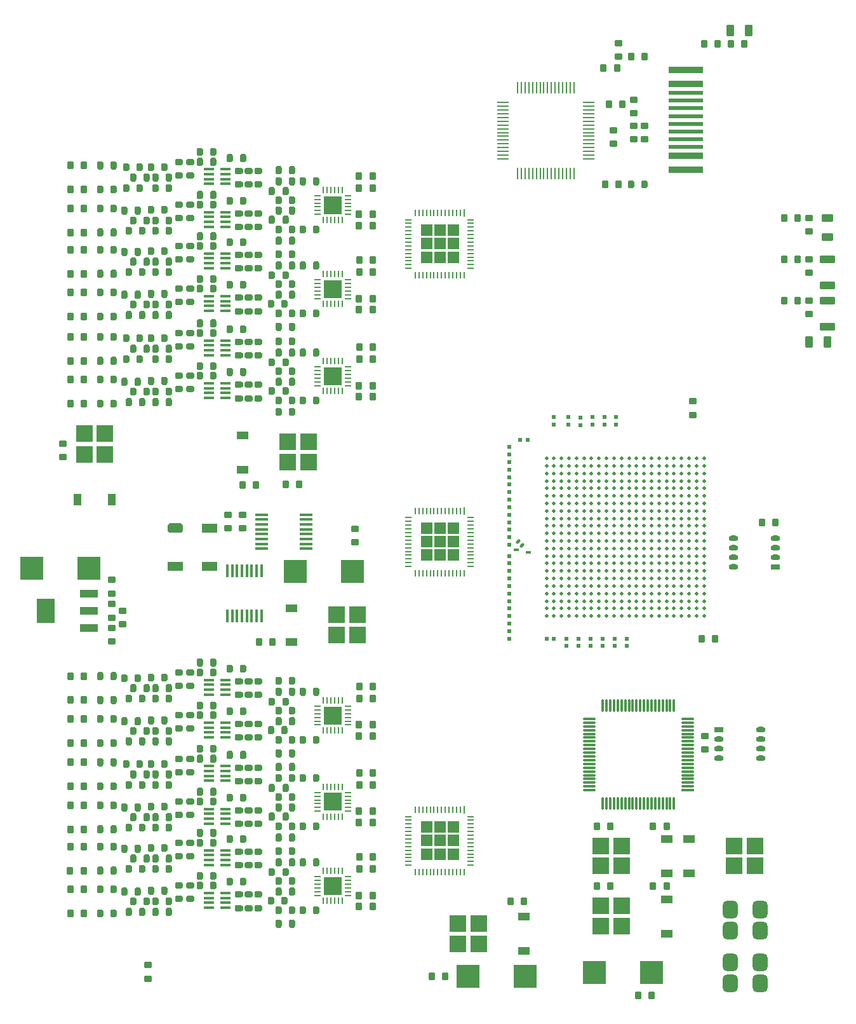
<source format=gtp>
%FSAX43Y43*%
%MOMM*%
G71*
G01*
G75*
G04 Layer_Color=8421504*
%ADD10C,0.175*%
%ADD11C,0.200*%
%ADD12O,1.270X0.762*%
%ADD13R,1.270X0.762*%
%ADD14O,0.700X0.400*%
G04:AMPARAMS|DCode=15|XSize=0.4mm|YSize=0.7mm|CornerRadius=0mm|HoleSize=0mm|Usage=FLASHONLY|Rotation=135.000|XOffset=0mm|YOffset=0mm|HoleType=Round|Shape=Round|*
%AMOVALD15*
21,1,0.300,0.400,0.000,0.000,225.0*
1,1,0.400,0.106,0.106*
1,1,0.400,-0.106,-0.106*
%
%ADD15OVALD15*%

%ADD16R,0.500X0.600*%
G04:AMPARAMS|DCode=17|XSize=0.8mm|YSize=1mm|CornerRadius=0.08mm|HoleSize=0mm|Usage=FLASHONLY|Rotation=90.000|XOffset=0mm|YOffset=0mm|HoleType=Round|Shape=RoundedRectangle|*
%AMROUNDEDRECTD17*
21,1,0.800,0.840,0,0,90.0*
21,1,0.640,1.000,0,0,90.0*
1,1,0.160,0.420,0.320*
1,1,0.160,0.420,-0.320*
1,1,0.160,-0.420,-0.320*
1,1,0.160,-0.420,0.320*
%
%ADD17ROUNDEDRECTD17*%
G04:AMPARAMS|DCode=18|XSize=0.8mm|YSize=1mm|CornerRadius=0.08mm|HoleSize=0mm|Usage=FLASHONLY|Rotation=0.000|XOffset=0mm|YOffset=0mm|HoleType=Round|Shape=RoundedRectangle|*
%AMROUNDEDRECTD18*
21,1,0.800,0.840,0,0,0.0*
21,1,0.640,1.000,0,0,0.0*
1,1,0.160,0.320,-0.420*
1,1,0.160,-0.320,-0.420*
1,1,0.160,-0.320,0.420*
1,1,0.160,0.320,0.420*
%
%ADD18ROUNDEDRECTD18*%
%ADD19O,2.100X6.000*%
%ADD20O,2.100X6.000*%
G04:AMPARAMS|DCode=21|XSize=1mm|YSize=2mm|CornerRadius=0.1mm|HoleSize=0mm|Usage=FLASHONLY|Rotation=90.000|XOffset=0mm|YOffset=0mm|HoleType=Round|Shape=RoundedRectangle|*
%AMROUNDEDRECTD21*
21,1,1.000,1.800,0,0,90.0*
21,1,0.800,2.000,0,0,90.0*
1,1,0.200,0.900,0.400*
1,1,0.200,0.900,-0.400*
1,1,0.200,-0.900,-0.400*
1,1,0.200,-0.900,0.400*
%
%ADD21ROUNDEDRECTD21*%
G04:AMPARAMS|DCode=22|XSize=1mm|YSize=1.5mm|CornerRadius=0.1mm|HoleSize=0mm|Usage=FLASHONLY|Rotation=0.000|XOffset=0mm|YOffset=0mm|HoleType=Round|Shape=RoundedRectangle|*
%AMROUNDEDRECTD22*
21,1,1.000,1.300,0,0,0.0*
21,1,0.800,1.500,0,0,0.0*
1,1,0.200,0.400,-0.650*
1,1,0.200,-0.400,-0.650*
1,1,0.200,-0.400,0.650*
1,1,0.200,0.400,0.650*
%
%ADD22ROUNDEDRECTD22*%
G04:AMPARAMS|DCode=23|XSize=1mm|YSize=1.5mm|CornerRadius=0.1mm|HoleSize=0mm|Usage=FLASHONLY|Rotation=90.000|XOffset=0mm|YOffset=0mm|HoleType=Round|Shape=RoundedRectangle|*
%AMROUNDEDRECTD23*
21,1,1.000,1.300,0,0,90.0*
21,1,0.800,1.500,0,0,90.0*
1,1,0.200,0.650,0.400*
1,1,0.200,0.650,-0.400*
1,1,0.200,-0.650,-0.400*
1,1,0.200,-0.650,0.400*
%
%ADD23ROUNDEDRECTD23*%
%ADD24O,1.000X0.250*%
%ADD25O,0.250X1.000*%
%ADD26R,0.250X1.000*%
%ADD27R,1.600X1.000*%
%ADD28R,5.700X5.500*%
%ADD29R,1.000X1.600*%
%ADD30R,5.500X5.700*%
%ADD31O,0.300X1.800*%
%ADD32O,1.800X0.300*%
%ADD33R,1.800X0.300*%
%ADD34R,1.400X0.450*%
%ADD35R,1.400X0.450*%
%ADD36R,1.400X0.450*%
%ADD37R,2.400X1.000*%
%ADD38R,2.400X3.300*%
%ADD39R,0.381X1.778*%
%ADD40O,0.381X1.778*%
%ADD41R,2.108X1.270*%
G04:AMPARAMS|DCode=42|XSize=2.108mm|YSize=1.27mm|CornerRadius=0mm|HoleSize=0mm|Usage=FLASHONLY|Rotation=0.000|XOffset=0mm|YOffset=0mm|HoleType=Round|Shape=Octagon|*
%AMOCTAGOND42*
4,1,8,1.054,-0.318,1.054,0.318,0.737,0.635,-0.737,0.635,-1.054,0.318,-1.054,-0.318,-0.737,-0.635,0.737,-0.635,1.054,-0.318,0.0*
%
%ADD42OCTAGOND42*%

%ADD43R,1.778X0.381*%
%ADD44O,1.778X0.381*%
%ADD45C,0.500*%
%ADD46O,0.250X0.900*%
%ADD47O,0.900X0.250*%
%ADD48R,0.900X0.250*%
%ADD49R,2.340X2.340*%
%ADD50O,1.016X0.305*%
%ADD51O,0.305X0.813*%
%ADD52O,0.305X1.016*%
%ADD53O,0.813X0.305*%
%ADD54R,0.600X0.500*%
%ADD55R,4.600X0.810*%
%ADD56R,4.600X0.610*%
%ADD57R,3.048X3.048*%
%ADD58O,0.250X1.600*%
%ADD59O,1.600X0.250*%
%ADD60R,1.600X0.250*%
%ADD61C,0.600*%
%ADD62C,0.800*%
%ADD63C,0.400*%
%ADD64C,0.150*%
%ADD65C,0.254*%
%ADD66C,0.508*%
%ADD67C,0.500*%
%ADD68C,0.300*%
%ADD69R,6.100X6.100*%
%ADD70C,1.850*%
%ADD71R,1.850X1.850*%
%ADD72C,1.800*%
%ADD73C,3.800*%
%ADD74R,1.600X1.600*%
%ADD75C,1.600*%
%ADD76C,1.575*%
%ADD77R,1.575X1.575*%
%ADD78C,3.000*%
%ADD79C,1.500*%
%ADD80C,1.690*%
%ADD81C,4.500*%
%ADD82C,1.200*%
%ADD83C,0.300*%
%ADD84C,0.600*%
%ADD85C,0.800*%
%ADD86C,1.000*%
%ADD87C,0.700*%
%ADD88C,5.000*%
%ADD89C,1.016*%
G04:AMPARAMS|DCode=90|XSize=2.2mm|YSize=2.2mm|CornerRadius=0mm|HoleSize=0mm|Usage=FLASHONLY|Rotation=0.000|XOffset=0mm|YOffset=0mm|HoleType=Round|Shape=Relief|Width=0.175mm|Gap=0.3mm|Entries=4|*
%AMTHD90*
7,0,0,2.200,1.600,0.175,45*
%
%ADD90THD90*%
%ADD91C,2.700*%
%ADD92C,1.320*%
%ADD93C,1.416*%
%ADD94C,3.400*%
%ADD95C,1.400*%
G04:AMPARAMS|DCode=96|XSize=2.29mm|YSize=2.29mm|CornerRadius=0mm|HoleSize=0mm|Usage=FLASHONLY|Rotation=0.000|XOffset=0mm|YOffset=0mm|HoleType=Round|Shape=Relief|Width=0.175mm|Gap=0.3mm|Entries=4|*
%AMTHD96*
7,0,0,2.290,1.690,0.175,45*
%
%ADD96THD96*%
%ADD97C,1.490*%
G04:AMPARAMS|DCode=98|XSize=4.4mm|YSize=4.4mm|CornerRadius=0mm|HoleSize=0mm|Usage=FLASHONLY|Rotation=0.000|XOffset=0mm|YOffset=0mm|HoleType=Round|Shape=Relief|Width=0.175mm|Gap=0.3mm|Entries=4|*
%AMTHD98*
7,0,0,4.400,3.800,0.175,45*
%
%ADD98THD98*%
G04:AMPARAMS|DCode=99|XSize=4.44mm|YSize=4.44mm|CornerRadius=0mm|HoleSize=0mm|Usage=FLASHONLY|Rotation=0.000|XOffset=0mm|YOffset=0mm|HoleType=Round|Shape=Relief|Width=0.175mm|Gap=0.3mm|Entries=4|*
%AMTHD99*
7,0,0,4.440,3.840,0.175,45*
%
%ADD99THD99*%
%ADD100C,1.100*%
%ADD101C,0.520*%
%ADD102C,0.700*%
%ADD103C,0.800*%
%ADD104C,0.900*%
%ADD105C,1.000*%
G04:AMPARAMS|DCode=106|XSize=1.6mm|YSize=1.6mm|CornerRadius=0mm|HoleSize=0mm|Usage=FLASHONLY|Rotation=0.000|XOffset=0mm|YOffset=0mm|HoleType=Round|Shape=Relief|Width=0.175mm|Gap=0.3mm|Entries=4|*
%AMTHD106*
7,0,0,1.600,1.000,0.175,45*
%
%ADD106THD106*%
%ADD107C,0.120*%
G04:AMPARAMS|DCode=108|XSize=2.3mm|YSize=2.3mm|CornerRadius=0mm|HoleSize=0mm|Usage=FLASHONLY|Rotation=0.000|XOffset=0mm|YOffset=0mm|HoleType=Round|Shape=Relief|Width=0.175mm|Gap=0.3mm|Entries=4|*
%AMTHD108*
7,0,0,2.300,1.700,0.175,45*
%
%ADD108THD108*%
G04:AMPARAMS|DCode=109|XSize=3.5mm|YSize=3.5mm|CornerRadius=0mm|HoleSize=0mm|Usage=FLASHONLY|Rotation=0.000|XOffset=0mm|YOffset=0mm|HoleType=Round|Shape=Relief|Width=0.175mm|Gap=0.3mm|Entries=4|*
%AMTHD109*
7,0,0,3.500,2.900,0.175,45*
%
%ADD109THD109*%
G04:AMPARAMS|DCode=110|XSize=2.12mm|YSize=2.12mm|CornerRadius=0mm|HoleSize=0mm|Usage=FLASHONLY|Rotation=0.000|XOffset=0mm|YOffset=0mm|HoleType=Round|Shape=Relief|Width=0.175mm|Gap=0.3mm|Entries=4|*
%AMTHD110*
7,0,0,2.120,1.520,0.175,45*
%
%ADD110THD110*%
G04:AMPARAMS|DCode=111|XSize=2.216mm|YSize=2.216mm|CornerRadius=0mm|HoleSize=0mm|Usage=FLASHONLY|Rotation=0.000|XOffset=0mm|YOffset=0mm|HoleType=Round|Shape=Relief|Width=0.175mm|Gap=0.3mm|Entries=4|*
%AMTHD111*
7,0,0,2.216,1.616,0.175,45*
%
%ADD111THD111*%
%ADD112C,3.600*%
%ADD113C,3.640*%
G04:AMPARAMS|DCode=114|XSize=1.32mm|YSize=1.32mm|CornerRadius=0mm|HoleSize=0mm|Usage=FLASHONLY|Rotation=0.000|XOffset=0mm|YOffset=0mm|HoleType=Round|Shape=Relief|Width=0.175mm|Gap=0.3mm|Entries=4|*
%AMTHD114*
7,0,0,1.320,0.720,0.175,45*
%
%ADD114THD114*%
G04:AMPARAMS|DCode=115|XSize=1.7mm|YSize=1.7mm|CornerRadius=0mm|HoleSize=0mm|Usage=FLASHONLY|Rotation=0.000|XOffset=0mm|YOffset=0mm|HoleType=Round|Shape=Relief|Width=0.175mm|Gap=0.3mm|Entries=4|*
%AMTHD115*
7,0,0,1.700,1.100,0.175,45*
%
%ADD115THD115*%
G04:AMPARAMS|DCode=116|XSize=1.9mm|YSize=1.9mm|CornerRadius=0mm|HoleSize=0mm|Usage=FLASHONLY|Rotation=0.000|XOffset=0mm|YOffset=0mm|HoleType=Round|Shape=Relief|Width=0.175mm|Gap=0.3mm|Entries=4|*
%AMTHD116*
7,0,0,1.900,1.300,0.175,45*
%
%ADD116THD116*%
%ADD117R,0.550X1.450*%
%ADD118R,0.550X1.450*%
G04:AMPARAMS|DCode=119|XSize=0.5mm|YSize=0.6mm|CornerRadius=0mm|HoleSize=0mm|Usage=FLASHONLY|Rotation=225.000|XOffset=0mm|YOffset=0mm|HoleType=Round|Shape=Rectangle|*
%AMROTATEDRECTD119*
4,1,4,-0.035,0.389,0.389,-0.035,0.035,-0.389,-0.389,0.035,-0.035,0.389,0.0*
%
%ADD119ROTATEDRECTD119*%

G04:AMPARAMS|DCode=120|XSize=0.5mm|YSize=0.6mm|CornerRadius=0mm|HoleSize=0mm|Usage=FLASHONLY|Rotation=135.000|XOffset=0mm|YOffset=0mm|HoleType=Round|Shape=Rectangle|*
%AMROTATEDRECTD120*
4,1,4,0.389,0.035,-0.035,-0.389,-0.389,-0.035,0.035,0.389,0.389,0.035,0.0*
%
%ADD120ROTATEDRECTD120*%

%ADD121O,1.016X0.508*%
%ADD122O,0.508X1.524*%
%ADD123R,3.048X3.048*%
%ADD124R,1.450X0.550*%
%ADD125R,1.450X0.550*%
%ADD126C,0.350*%
%ADD127O,0.508X1.016*%
%ADD128O,1.524X0.508*%
%ADD129R,2.200X2.200*%
G04:AMPARAMS|DCode=130|XSize=2mm|YSize=2.3mm|CornerRadius=0.5mm|HoleSize=0mm|Usage=FLASHONLY|Rotation=0.000|XOffset=0mm|YOffset=0mm|HoleType=Round|Shape=RoundedRectangle|*
%AMROUNDEDRECTD130*
21,1,2.000,1.300,0,0,0.0*
21,1,1.000,2.300,0,0,0.0*
1,1,1.000,0.500,-0.650*
1,1,1.000,-0.500,-0.650*
1,1,1.000,-0.500,0.650*
1,1,1.000,0.500,0.650*
%
%ADD130ROUNDEDRECTD130*%
%ADD131R,2.200X2.200*%
G54D12*
X0155412Y0119000D02*
D03*
X0155412Y0122810D02*
D03*
X0155412Y0120270D02*
D03*
X0161000Y0120270D02*
D03*
X0155412Y0121540D02*
D03*
X0161000Y0121540D02*
D03*
X0161000Y0122810D02*
D03*
X0153500Y0093590D02*
D03*
X0153500Y0094860D02*
D03*
X0159088Y0094860D02*
D03*
X0153500Y0096130D02*
D03*
X0159088Y0096130D02*
D03*
X0159088Y0093590D02*
D03*
X0159088Y0097400D02*
D03*
G54D13*
X0161000Y0119000D02*
D03*
X0153500Y0097400D02*
D03*
G54D14*
X0128100Y0121000D02*
D03*
X0126500Y0121300D02*
D03*
G54D15*
X0126700Y0122400D02*
D03*
X0127200Y0121900D02*
D03*
G54D16*
X0134800Y0109500D02*
D03*
X0134800Y0108500D02*
D03*
X0125500Y0123000D02*
D03*
X0125500Y0122000D02*
D03*
X0133400Y0139000D02*
D03*
X0133400Y0138000D02*
D03*
X0125500Y0131000D02*
D03*
X0125500Y0130000D02*
D03*
X0125500Y0129000D02*
D03*
X0125500Y0128000D02*
D03*
X0125500Y0126000D02*
D03*
X0125500Y0127000D02*
D03*
X0125500Y0124000D02*
D03*
X0125500Y0125000D02*
D03*
X0125500Y0119500D02*
D03*
X0125500Y0120500D02*
D03*
X0125500Y0117500D02*
D03*
X0125500Y0118500D02*
D03*
X0125500Y0115500D02*
D03*
X0125500Y0116500D02*
D03*
X0125500Y0113500D02*
D03*
X0125500Y0114500D02*
D03*
X0141200Y0108500D02*
D03*
X0141200Y0109500D02*
D03*
X0125500Y0132000D02*
D03*
X0125500Y0133000D02*
D03*
X0139600Y0108500D02*
D03*
X0139600Y0109500D02*
D03*
X0125500Y0134000D02*
D03*
X0125500Y0135000D02*
D03*
X0138000Y0108500D02*
D03*
X0138000Y0109500D02*
D03*
X0136400Y0108500D02*
D03*
X0136400Y0109500D02*
D03*
X0131500Y0138000D02*
D03*
X0131500Y0139000D02*
D03*
X0133200Y0108500D02*
D03*
X0133200Y0109500D02*
D03*
X0135000Y0137900D02*
D03*
X0135000Y0138900D02*
D03*
X0136600Y0138000D02*
D03*
X0136600Y0139000D02*
D03*
X0125500Y0112500D02*
D03*
X0125500Y0111500D02*
D03*
X0139800Y0138000D02*
D03*
X0139800Y0139000D02*
D03*
X0125500Y0110500D02*
D03*
X0125500Y0109500D02*
D03*
X0138200Y0139000D02*
D03*
X0138200Y0138000D02*
D03*
G54D17*
X0165500Y0152700D02*
D03*
X0165500Y0154500D02*
D03*
X0165500Y0163700D02*
D03*
X0165500Y0165500D02*
D03*
X0165500Y0158200D02*
D03*
X0165500Y0160000D02*
D03*
X0066000Y0135500D02*
D03*
X0066000Y0133700D02*
D03*
X0143600Y0177800D02*
D03*
X0143600Y0176000D02*
D03*
X0142100Y0181300D02*
D03*
X0142100Y0179500D02*
D03*
X0142100Y0177800D02*
D03*
X0142100Y0176000D02*
D03*
X0139400Y0177200D02*
D03*
X0139400Y0175400D02*
D03*
X0140100Y0188800D02*
D03*
X0140100Y0187000D02*
D03*
X0151600Y0096500D02*
D03*
X0151600Y0094700D02*
D03*
X0088000Y0126000D02*
D03*
X0088000Y0124200D02*
D03*
X0090000Y0126000D02*
D03*
X0090000Y0124200D02*
D03*
X0074000Y0113200D02*
D03*
X0074000Y0111400D02*
D03*
X0072500Y0115500D02*
D03*
X0072500Y0117300D02*
D03*
X0072500Y0110900D02*
D03*
X0072500Y0109100D02*
D03*
X0072500Y0114100D02*
D03*
X0072500Y0112300D02*
D03*
X0077400Y0066000D02*
D03*
X0077400Y0064200D02*
D03*
X0150000Y0141100D02*
D03*
X0150000Y0139300D02*
D03*
X0105000Y0122300D02*
D03*
X0105000Y0124100D02*
D03*
G54D18*
X0162200Y0154500D02*
D03*
X0164000Y0154500D02*
D03*
X0162200Y0165500D02*
D03*
X0164000Y0165500D02*
D03*
X0162200Y0160000D02*
D03*
X0164000Y0160000D02*
D03*
X0140600Y0180700D02*
D03*
X0138800Y0180700D02*
D03*
X0138100Y0185500D02*
D03*
X0139900Y0185500D02*
D03*
X0143600Y0187000D02*
D03*
X0141800Y0187000D02*
D03*
X0138300Y0170000D02*
D03*
X0140100Y0170000D02*
D03*
X0151500Y0188700D02*
D03*
X0153300Y0188700D02*
D03*
X0155100Y0188700D02*
D03*
X0156900Y0188700D02*
D03*
X0161000Y0125000D02*
D03*
X0159200Y0125000D02*
D03*
X0153000Y0109500D02*
D03*
X0151200Y0109500D02*
D03*
X0139000Y0084500D02*
D03*
X0137200Y0084500D02*
D03*
X0146500Y0084500D02*
D03*
X0144700Y0084500D02*
D03*
X0139000Y0076500D02*
D03*
X0137200Y0076500D02*
D03*
X0127500Y0074500D02*
D03*
X0125700Y0074500D02*
D03*
X0090000Y0129985D02*
D03*
X0091800Y0129985D02*
D03*
X0097500Y0130000D02*
D03*
X0095700Y0130000D02*
D03*
X0146500Y0076500D02*
D03*
X0144700Y0076500D02*
D03*
X0144500Y0062000D02*
D03*
X0142700Y0062000D02*
D03*
X0117000Y0064500D02*
D03*
X0115200Y0064500D02*
D03*
X0105500Y0153300D02*
D03*
X0107300Y0153300D02*
D03*
X0067000Y0155600D02*
D03*
X0068800Y0155600D02*
D03*
X0105500Y0154800D02*
D03*
X0107300Y0154800D02*
D03*
X0067000Y0152400D02*
D03*
X0068800Y0152400D02*
D03*
X0105532Y0158300D02*
D03*
X0107332Y0158300D02*
D03*
X0067000Y0161300D02*
D03*
X0068800Y0161300D02*
D03*
X0105532Y0159900D02*
D03*
X0107332Y0159900D02*
D03*
X0067000Y0158100D02*
D03*
X0068800Y0158100D02*
D03*
X0105500Y0164500D02*
D03*
X0107300Y0164500D02*
D03*
X0067000Y0166800D02*
D03*
X0068800Y0166800D02*
D03*
X0105500Y0166000D02*
D03*
X0107300Y0166000D02*
D03*
X0067000Y0163600D02*
D03*
X0068800Y0163600D02*
D03*
X0105500Y0169500D02*
D03*
X0107300Y0169500D02*
D03*
X0067000Y0172500D02*
D03*
X0068800Y0172500D02*
D03*
X0105500Y0171100D02*
D03*
X0107300Y0171100D02*
D03*
X0067000Y0169300D02*
D03*
X0068800Y0169300D02*
D03*
X0105500Y0096500D02*
D03*
X0107300Y0096500D02*
D03*
X0067000Y0098800D02*
D03*
X0068800Y0098800D02*
D03*
X0105500Y0098000D02*
D03*
X0107300Y0098000D02*
D03*
X0067000Y0095600D02*
D03*
X0068800Y0095600D02*
D03*
X0105532Y0101500D02*
D03*
X0107332Y0101500D02*
D03*
X0067000Y0104500D02*
D03*
X0068800Y0104500D02*
D03*
X0105532Y0103100D02*
D03*
X0107332Y0103100D02*
D03*
X0067000Y0101300D02*
D03*
X0068800Y0101300D02*
D03*
X0105500Y0141700D02*
D03*
X0107300Y0141700D02*
D03*
X0067000Y0144000D02*
D03*
X0068800Y0144000D02*
D03*
X0105500Y0143200D02*
D03*
X0107300Y0143200D02*
D03*
X0067000Y0140800D02*
D03*
X0068800Y0140800D02*
D03*
X0105532Y0146700D02*
D03*
X0107332Y0146700D02*
D03*
X0067000Y0149700D02*
D03*
X0068800Y0149700D02*
D03*
X0105532Y0148300D02*
D03*
X0107332Y0148300D02*
D03*
X0067000Y0146500D02*
D03*
X0068800Y0146500D02*
D03*
X0105500Y0073800D02*
D03*
X0107300Y0073800D02*
D03*
X0067000Y0076100D02*
D03*
X0068800Y0076100D02*
D03*
X0105500Y0075300D02*
D03*
X0107300Y0075300D02*
D03*
X0067000Y0072900D02*
D03*
X0068800Y0072900D02*
D03*
X0105532Y0078800D02*
D03*
X0107332Y0078800D02*
D03*
X0067000Y0081800D02*
D03*
X0068800Y0081800D02*
D03*
X0105532Y0080400D02*
D03*
X0107332Y0080400D02*
D03*
X0066988Y0078588D02*
D03*
X0068788Y0078588D02*
D03*
X0105500Y0085000D02*
D03*
X0107300Y0085000D02*
D03*
X0067000Y0087300D02*
D03*
X0068800Y0087300D02*
D03*
X0105500Y0086500D02*
D03*
X0107300Y0086500D02*
D03*
X0067000Y0084100D02*
D03*
X0068800Y0084100D02*
D03*
X0105532Y0090000D02*
D03*
X0107332Y0090000D02*
D03*
X0067000Y0093000D02*
D03*
X0068800Y0093000D02*
D03*
X0105532Y0091600D02*
D03*
X0107332Y0091600D02*
D03*
X0067000Y0089800D02*
D03*
X0068800Y0089800D02*
D03*
X0094000Y0109000D02*
D03*
X0092200Y0109000D02*
D03*
G54D21*
X0168000Y0151000D02*
D03*
X0168000Y0154500D02*
D03*
X0168000Y0156500D02*
D03*
X0168000Y0160000D02*
D03*
G54D22*
X0155000Y0190500D02*
D03*
X0157500Y0190500D02*
D03*
X0165500Y0149000D02*
D03*
X0168000Y0149000D02*
D03*
G54D23*
X0168000Y0163000D02*
D03*
X0168000Y0165500D02*
D03*
G54D24*
X0120400Y0165300D02*
D03*
X0120400Y0164800D02*
D03*
X0120400Y0164300D02*
D03*
X0120400Y0163800D02*
D03*
X0120400Y0163300D02*
D03*
X0120400Y0162800D02*
D03*
X0120400Y0162300D02*
D03*
X0120400Y0161800D02*
D03*
X0120400Y0161300D02*
D03*
X0120400Y0160800D02*
D03*
X0120400Y0160300D02*
D03*
X0120400Y0159800D02*
D03*
X0120400Y0159300D02*
D03*
X0120400Y0158800D02*
D03*
X0112100Y0158800D02*
D03*
X0112100Y0159300D02*
D03*
X0112100Y0159800D02*
D03*
X0112100Y0160300D02*
D03*
X0112100Y0160800D02*
D03*
X0112100Y0161300D02*
D03*
X0112100Y0161800D02*
D03*
X0112100Y0162300D02*
D03*
X0112100Y0162800D02*
D03*
X0112100Y0163300D02*
D03*
X0112100Y0163800D02*
D03*
X0112100Y0164300D02*
D03*
X0112100Y0164800D02*
D03*
X0112100Y0165300D02*
D03*
X0112100Y0085800D02*
D03*
X0112100Y0085300D02*
D03*
X0112100Y0084800D02*
D03*
X0112100Y0084300D02*
D03*
X0112100Y0083800D02*
D03*
X0112100Y0083300D02*
D03*
X0112100Y0082800D02*
D03*
X0112100Y0082300D02*
D03*
X0112100Y0081800D02*
D03*
X0112100Y0081300D02*
D03*
X0112100Y0080800D02*
D03*
X0112100Y0080300D02*
D03*
X0112100Y0079800D02*
D03*
X0112100Y0079300D02*
D03*
X0120400Y0079300D02*
D03*
X0120400Y0079800D02*
D03*
X0120400Y0080300D02*
D03*
X0120400Y0080800D02*
D03*
X0120400Y0081300D02*
D03*
X0120400Y0081800D02*
D03*
X0120400Y0082300D02*
D03*
X0120400Y0082800D02*
D03*
X0120400Y0083300D02*
D03*
X0120400Y0083800D02*
D03*
X0120400Y0084300D02*
D03*
X0120400Y0084800D02*
D03*
X0120400Y0085300D02*
D03*
X0120400Y0085800D02*
D03*
X0120400Y0125600D02*
D03*
X0120400Y0125100D02*
D03*
X0120400Y0124600D02*
D03*
X0120400Y0124100D02*
D03*
X0120400Y0123600D02*
D03*
X0120400Y0123100D02*
D03*
X0120400Y0122600D02*
D03*
X0120400Y0122100D02*
D03*
X0120400Y0121600D02*
D03*
X0120400Y0121100D02*
D03*
X0120400Y0120600D02*
D03*
X0120400Y0120100D02*
D03*
X0120400Y0119600D02*
D03*
X0120400Y0119100D02*
D03*
X0112100Y0119100D02*
D03*
X0112100Y0119600D02*
D03*
X0112100Y0120100D02*
D03*
X0112100Y0120600D02*
D03*
X0112100Y0121100D02*
D03*
X0112100Y0121600D02*
D03*
X0112100Y0122100D02*
D03*
X0112100Y0122600D02*
D03*
X0112100Y0123100D02*
D03*
X0112100Y0123600D02*
D03*
X0112100Y0124100D02*
D03*
X0112100Y0124600D02*
D03*
X0112100Y0125100D02*
D03*
X0112100Y0125600D02*
D03*
G54D25*
X0119500Y0157900D02*
D03*
X0119000Y0157900D02*
D03*
X0118500Y0157900D02*
D03*
X0118000Y0157900D02*
D03*
X0117500Y0157900D02*
D03*
X0117000Y0157900D02*
D03*
X0116500Y0157900D02*
D03*
X0116000Y0157900D02*
D03*
X0115500Y0157900D02*
D03*
X0115000Y0157900D02*
D03*
X0114500Y0157900D02*
D03*
X0114000Y0157900D02*
D03*
X0113500Y0157900D02*
D03*
X0113000Y0157900D02*
D03*
X0113000Y0166200D02*
D03*
X0113500Y0166200D02*
D03*
X0114000Y0166200D02*
D03*
X0114500Y0166200D02*
D03*
X0115000Y0166200D02*
D03*
X0115500Y0166200D02*
D03*
X0116000Y0166200D02*
D03*
X0116500Y0166200D02*
D03*
X0117000Y0166200D02*
D03*
X0117500Y0166200D02*
D03*
X0118000Y0166200D02*
D03*
X0118500Y0166200D02*
D03*
X0119000Y0166200D02*
D03*
X0119000Y0086700D02*
D03*
X0118500Y0086700D02*
D03*
X0118000Y0086700D02*
D03*
X0117500Y0086700D02*
D03*
X0117000Y0086700D02*
D03*
X0116500Y0086700D02*
D03*
X0116000Y0086700D02*
D03*
X0115500Y0086700D02*
D03*
X0115000Y0086700D02*
D03*
X0114500Y0086700D02*
D03*
X0114000Y0086700D02*
D03*
X0113500Y0086700D02*
D03*
X0113000Y0086700D02*
D03*
X0113000Y0078400D02*
D03*
X0113500Y0078400D02*
D03*
X0114000Y0078400D02*
D03*
X0114500Y0078400D02*
D03*
X0115000Y0078400D02*
D03*
X0115500Y0078400D02*
D03*
X0116000Y0078400D02*
D03*
X0116500Y0078400D02*
D03*
X0117000Y0078400D02*
D03*
X0117500Y0078400D02*
D03*
X0118000Y0078400D02*
D03*
X0118500Y0078400D02*
D03*
X0119000Y0078400D02*
D03*
X0119500Y0078400D02*
D03*
X0119500Y0118200D02*
D03*
X0119000Y0118200D02*
D03*
X0118500Y0118200D02*
D03*
X0118000Y0118200D02*
D03*
X0117500Y0118200D02*
D03*
X0117000Y0118200D02*
D03*
X0116500Y0118200D02*
D03*
X0116000Y0118200D02*
D03*
X0115500Y0118200D02*
D03*
X0115000Y0118200D02*
D03*
X0114500Y0118200D02*
D03*
X0114000Y0118200D02*
D03*
X0113500Y0118200D02*
D03*
X0113000Y0118200D02*
D03*
X0113000Y0126500D02*
D03*
X0113500Y0126500D02*
D03*
X0114000Y0126500D02*
D03*
X0114500Y0126500D02*
D03*
X0115000Y0126500D02*
D03*
X0115500Y0126500D02*
D03*
X0116000Y0126500D02*
D03*
X0116500Y0126500D02*
D03*
X0117000Y0126500D02*
D03*
X0117500Y0126500D02*
D03*
X0118000Y0126500D02*
D03*
X0118500Y0126500D02*
D03*
X0119000Y0126500D02*
D03*
G54D26*
X0119500Y0166200D02*
D03*
X0119500Y0086700D02*
D03*
X0119500Y0126500D02*
D03*
G54D27*
X0146500Y0078215D02*
D03*
X0146500Y0082785D02*
D03*
X0146500Y0070215D02*
D03*
X0146500Y0074785D02*
D03*
X0090000Y0136570D02*
D03*
X0090000Y0132000D02*
D03*
X0149500Y0082800D02*
D03*
X0149500Y0078230D02*
D03*
X0127500Y0067930D02*
D03*
X0127500Y0072500D02*
D03*
X0096500Y0109000D02*
D03*
X0096500Y0113570D02*
D03*
G54D29*
X0067930Y0128000D02*
D03*
X0072500Y0128000D02*
D03*
G54D31*
X0147500Y0087500D02*
D03*
X0147000Y0087500D02*
D03*
X0146500Y0087500D02*
D03*
X0146000Y0087500D02*
D03*
X0145500Y0087500D02*
D03*
X0145000Y0087500D02*
D03*
X0144500Y0087500D02*
D03*
X0144000Y0087500D02*
D03*
X0143500Y0087500D02*
D03*
X0143000Y0087500D02*
D03*
X0142500Y0087500D02*
D03*
X0142000Y0087500D02*
D03*
X0141500Y0087500D02*
D03*
X0141000Y0087500D02*
D03*
X0140500Y0087500D02*
D03*
X0140000Y0087500D02*
D03*
X0139500Y0087500D02*
D03*
X0139000Y0087500D02*
D03*
X0138500Y0087500D02*
D03*
X0138000Y0087500D02*
D03*
X0138000Y0100600D02*
D03*
X0138500Y0100600D02*
D03*
X0139000Y0100600D02*
D03*
X0139500Y0100600D02*
D03*
X0140000Y0100600D02*
D03*
X0140500Y0100600D02*
D03*
X0141000Y0100600D02*
D03*
X0141500Y0100600D02*
D03*
X0142000Y0100600D02*
D03*
X0142500Y0100600D02*
D03*
X0143000Y0100600D02*
D03*
X0143500Y0100600D02*
D03*
X0144000Y0100600D02*
D03*
X0144500Y0100600D02*
D03*
X0145000Y0100600D02*
D03*
X0145500Y0100600D02*
D03*
X0146000Y0100600D02*
D03*
X0146500Y0100600D02*
D03*
X0147000Y0100600D02*
D03*
X0147500Y0100600D02*
D03*
G54D32*
X0136200Y0089300D02*
D03*
X0136200Y0089800D02*
D03*
X0136200Y0090300D02*
D03*
X0136200Y0090800D02*
D03*
X0136200Y0091300D02*
D03*
X0136200Y0091800D02*
D03*
X0136200Y0092300D02*
D03*
X0136200Y0092800D02*
D03*
X0136200Y0093300D02*
D03*
X0136200Y0093800D02*
D03*
X0136200Y0094300D02*
D03*
X0136200Y0094800D02*
D03*
X0136200Y0095300D02*
D03*
X0136200Y0095800D02*
D03*
X0136200Y0096300D02*
D03*
X0136200Y0096800D02*
D03*
X0136200Y0097300D02*
D03*
X0136200Y0097800D02*
D03*
X0136200Y0098300D02*
D03*
X0136200Y0098800D02*
D03*
X0149300Y0098800D02*
D03*
X0149300Y0098300D02*
D03*
X0149300Y0097800D02*
D03*
X0149300Y0097300D02*
D03*
X0149300Y0096800D02*
D03*
X0149300Y0096300D02*
D03*
X0149300Y0095800D02*
D03*
X0149300Y0095300D02*
D03*
X0149300Y0094800D02*
D03*
X0149300Y0094300D02*
D03*
X0149300Y0093800D02*
D03*
X0149300Y0093300D02*
D03*
X0149300Y0092800D02*
D03*
X0149300Y0092300D02*
D03*
X0149300Y0091800D02*
D03*
X0149300Y0091300D02*
D03*
X0149300Y0090800D02*
D03*
X0149300Y0090300D02*
D03*
X0149300Y0089800D02*
D03*
G54D33*
X0149300Y0089300D02*
D03*
G54D34*
X0087700Y0073650D02*
D03*
X0087700Y0074300D02*
D03*
X0087700Y0074950D02*
D03*
X0087700Y0075600D02*
D03*
X0087700Y0096350D02*
D03*
X0087700Y0097000D02*
D03*
X0087700Y0097650D02*
D03*
X0087700Y0098300D02*
D03*
X0087700Y0153150D02*
D03*
X0087700Y0153800D02*
D03*
X0087700Y0154450D02*
D03*
X0087700Y0155100D02*
D03*
X0087700Y0079350D02*
D03*
X0087700Y0080000D02*
D03*
X0087700Y0080650D02*
D03*
X0087700Y0081300D02*
D03*
X0087700Y0102050D02*
D03*
X0087700Y0102700D02*
D03*
X0087700Y0103350D02*
D03*
X0087700Y0104000D02*
D03*
X0087700Y0158850D02*
D03*
X0087700Y0159500D02*
D03*
X0087700Y0160150D02*
D03*
X0087700Y0160800D02*
D03*
X0087700Y0084850D02*
D03*
X0087700Y0085500D02*
D03*
X0087700Y0086150D02*
D03*
X0087700Y0086800D02*
D03*
X0087700Y0141550D02*
D03*
X0087700Y0142200D02*
D03*
X0087700Y0142850D02*
D03*
X0087700Y0143500D02*
D03*
X0087700Y0164350D02*
D03*
X0087700Y0165000D02*
D03*
X0087700Y0165650D02*
D03*
X0087700Y0166300D02*
D03*
X0087700Y0090550D02*
D03*
X0087700Y0091200D02*
D03*
X0087700Y0091850D02*
D03*
X0087700Y0092500D02*
D03*
X0087700Y0147250D02*
D03*
X0087700Y0147900D02*
D03*
X0087700Y0148550D02*
D03*
X0087700Y0149200D02*
D03*
X0087700Y0170050D02*
D03*
X0087700Y0170700D02*
D03*
X0087700Y0171350D02*
D03*
X0087700Y0172000D02*
D03*
G54D35*
X0085500Y0073650D02*
D03*
X0085500Y0074300D02*
D03*
X0085500Y0074950D02*
D03*
X0085500Y0096350D02*
D03*
X0085500Y0097000D02*
D03*
X0085500Y0097650D02*
D03*
X0085500Y0153150D02*
D03*
X0085500Y0153800D02*
D03*
X0085500Y0154450D02*
D03*
X0085500Y0079350D02*
D03*
X0085500Y0080000D02*
D03*
X0085500Y0080650D02*
D03*
X0085500Y0102050D02*
D03*
X0085500Y0102700D02*
D03*
X0085500Y0103350D02*
D03*
X0085500Y0158850D02*
D03*
X0085500Y0159500D02*
D03*
X0085500Y0160150D02*
D03*
X0085500Y0084850D02*
D03*
X0085500Y0085500D02*
D03*
X0085500Y0086150D02*
D03*
X0085500Y0141550D02*
D03*
X0085500Y0142200D02*
D03*
X0085500Y0142850D02*
D03*
X0085500Y0164350D02*
D03*
X0085500Y0165000D02*
D03*
X0085500Y0165650D02*
D03*
X0085500Y0090550D02*
D03*
X0085500Y0091200D02*
D03*
X0085500Y0091850D02*
D03*
X0085500Y0147250D02*
D03*
X0085500Y0147900D02*
D03*
X0085500Y0148550D02*
D03*
X0085500Y0170050D02*
D03*
X0085500Y0170700D02*
D03*
X0085500Y0171350D02*
D03*
G54D36*
X0085500Y0075600D02*
D03*
X0085500Y0098300D02*
D03*
X0085500Y0155100D02*
D03*
X0085500Y0081300D02*
D03*
X0085500Y0104000D02*
D03*
X0085500Y0160800D02*
D03*
X0085500Y0086800D02*
D03*
X0085500Y0143500D02*
D03*
X0085500Y0166300D02*
D03*
X0085500Y0092500D02*
D03*
X0085500Y0149200D02*
D03*
X0085500Y0172000D02*
D03*
G54D37*
X0069500Y0110900D02*
D03*
X0069500Y0113200D02*
D03*
X0069500Y0115500D02*
D03*
G54D38*
X0063700Y0113200D02*
D03*
G54D39*
X0087950Y0112550D02*
D03*
G54D40*
X0090550Y0118490D02*
D03*
X0092500Y0112550D02*
D03*
X0090550Y0112550D02*
D03*
X0092500Y0118490D02*
D03*
X0091200Y0118490D02*
D03*
X0089900Y0118490D02*
D03*
X0089250Y0118490D02*
D03*
X0088600Y0118490D02*
D03*
X0087950Y0118490D02*
D03*
X0091850Y0112550D02*
D03*
X0091200Y0112550D02*
D03*
X0089250Y0112550D02*
D03*
X0088600Y0112550D02*
D03*
X0091850Y0118490D02*
D03*
X0089900Y0112550D02*
D03*
G54D41*
X0085572Y0119120D02*
D03*
X0081000Y0119120D02*
D03*
X0085572Y0124200D02*
D03*
G54D42*
X0081000Y0124200D02*
D03*
G54D43*
X0092500Y0126000D02*
D03*
G54D44*
X0098440Y0123400D02*
D03*
X0092500Y0121450D02*
D03*
X0092500Y0123400D02*
D03*
X0098440Y0121450D02*
D03*
X0098440Y0122750D02*
D03*
X0098440Y0124050D02*
D03*
X0098440Y0124700D02*
D03*
X0098440Y0125350D02*
D03*
X0098440Y0126000D02*
D03*
X0092500Y0122100D02*
D03*
X0092500Y0122750D02*
D03*
X0092500Y0124700D02*
D03*
X0092500Y0125350D02*
D03*
X0098440Y0122100D02*
D03*
X0092500Y0124050D02*
D03*
G54D45*
X0130500Y0133500D02*
D03*
X0131500Y0133500D02*
D03*
X0132500Y0133500D02*
D03*
X0133500Y0133500D02*
D03*
X0134500Y0133500D02*
D03*
X0135500Y0133500D02*
D03*
X0136500Y0133500D02*
D03*
X0137500Y0133500D02*
D03*
X0138500Y0133500D02*
D03*
X0139500Y0133500D02*
D03*
X0140500Y0133500D02*
D03*
X0141500Y0133500D02*
D03*
X0142500Y0133500D02*
D03*
X0143500Y0133500D02*
D03*
X0144500Y0133500D02*
D03*
X0145500Y0133500D02*
D03*
X0146500Y0133500D02*
D03*
X0147500Y0133500D02*
D03*
X0148500Y0133500D02*
D03*
X0149500Y0133500D02*
D03*
X0150500Y0133500D02*
D03*
X0151500Y0133500D02*
D03*
X0130500Y0132500D02*
D03*
X0131500Y0132500D02*
D03*
X0132500Y0132500D02*
D03*
X0133500Y0132500D02*
D03*
X0134500Y0132500D02*
D03*
X0135500Y0132500D02*
D03*
X0136500Y0132500D02*
D03*
X0137500Y0132500D02*
D03*
X0138500Y0132500D02*
D03*
X0139500Y0132500D02*
D03*
X0140500Y0132500D02*
D03*
X0141500Y0132500D02*
D03*
X0142500Y0132500D02*
D03*
X0143500Y0132500D02*
D03*
X0144500Y0132500D02*
D03*
X0145500Y0132500D02*
D03*
X0146500Y0132500D02*
D03*
X0147500Y0132500D02*
D03*
X0148500Y0132500D02*
D03*
X0149500Y0132500D02*
D03*
X0150500Y0132500D02*
D03*
X0151500Y0132500D02*
D03*
X0130500Y0131500D02*
D03*
X0131500Y0131500D02*
D03*
X0132500Y0131500D02*
D03*
X0133500Y0131500D02*
D03*
X0134500Y0131500D02*
D03*
X0135500Y0131500D02*
D03*
X0136500Y0131500D02*
D03*
X0137500Y0131500D02*
D03*
X0138500Y0131500D02*
D03*
X0139500Y0131500D02*
D03*
X0140500Y0131500D02*
D03*
X0141500Y0131500D02*
D03*
X0142500Y0131500D02*
D03*
X0143500Y0131500D02*
D03*
X0144500Y0131500D02*
D03*
X0145500Y0131500D02*
D03*
X0146500Y0131500D02*
D03*
X0147500Y0131500D02*
D03*
X0148500Y0131500D02*
D03*
X0149500Y0131500D02*
D03*
X0150500Y0131500D02*
D03*
X0151500Y0131500D02*
D03*
X0130500Y0130500D02*
D03*
X0131500Y0130500D02*
D03*
X0132500Y0130500D02*
D03*
X0133500Y0130500D02*
D03*
X0134500Y0130500D02*
D03*
X0135500Y0130500D02*
D03*
X0136500Y0130500D02*
D03*
X0137500Y0130500D02*
D03*
X0138500Y0130500D02*
D03*
X0139500Y0130500D02*
D03*
X0140500Y0130500D02*
D03*
X0141500Y0130500D02*
D03*
X0142500Y0130500D02*
D03*
X0143500Y0130500D02*
D03*
X0144500Y0130500D02*
D03*
X0145500Y0130500D02*
D03*
X0146500Y0130500D02*
D03*
X0147500Y0130500D02*
D03*
X0148500Y0130500D02*
D03*
X0149500Y0130500D02*
D03*
X0150500Y0130500D02*
D03*
X0151500Y0130500D02*
D03*
X0130500Y0129500D02*
D03*
X0131500Y0129500D02*
D03*
X0132500Y0129500D02*
D03*
X0133500Y0129500D02*
D03*
X0134500Y0129500D02*
D03*
X0135500Y0129500D02*
D03*
X0136500Y0129500D02*
D03*
X0137500Y0129500D02*
D03*
X0138500Y0129500D02*
D03*
X0139500Y0129500D02*
D03*
X0140500Y0129500D02*
D03*
X0141500Y0129500D02*
D03*
X0142500Y0129500D02*
D03*
X0143500Y0129500D02*
D03*
X0144500Y0129500D02*
D03*
X0145500Y0129500D02*
D03*
X0146500Y0129500D02*
D03*
X0147500Y0129500D02*
D03*
X0148500Y0129500D02*
D03*
X0149500Y0129500D02*
D03*
X0150500Y0129500D02*
D03*
X0151500Y0129500D02*
D03*
X0130500Y0128500D02*
D03*
X0131500Y0128500D02*
D03*
X0132500Y0128500D02*
D03*
X0133500Y0128500D02*
D03*
X0134500Y0128500D02*
D03*
X0135500Y0128500D02*
D03*
X0136500Y0128500D02*
D03*
X0137500Y0128500D02*
D03*
X0138500Y0128500D02*
D03*
X0139500Y0128500D02*
D03*
X0140500Y0128500D02*
D03*
X0141500Y0128500D02*
D03*
X0142500Y0128500D02*
D03*
X0143500Y0128500D02*
D03*
X0144500Y0128500D02*
D03*
X0145500Y0128500D02*
D03*
X0146500Y0128500D02*
D03*
X0147500Y0128500D02*
D03*
X0148500Y0128500D02*
D03*
X0149500Y0128500D02*
D03*
X0150500Y0128500D02*
D03*
X0151500Y0128500D02*
D03*
X0130500Y0127500D02*
D03*
X0131500Y0127500D02*
D03*
X0132500Y0127500D02*
D03*
X0133500Y0127500D02*
D03*
X0134500Y0127500D02*
D03*
X0135500Y0127500D02*
D03*
X0136500Y0127500D02*
D03*
X0137500Y0127500D02*
D03*
X0138500Y0127500D02*
D03*
X0139500Y0127500D02*
D03*
X0140500Y0127500D02*
D03*
X0141500Y0127500D02*
D03*
X0142500Y0127500D02*
D03*
X0143500Y0127500D02*
D03*
X0144500Y0127500D02*
D03*
X0145500Y0127500D02*
D03*
X0146500Y0127500D02*
D03*
X0147500Y0127500D02*
D03*
X0148500Y0127500D02*
D03*
X0149500Y0127500D02*
D03*
X0150500Y0127500D02*
D03*
X0151500Y0127500D02*
D03*
X0130500Y0126500D02*
D03*
X0131500Y0126500D02*
D03*
X0132500Y0126500D02*
D03*
X0133500Y0126500D02*
D03*
X0134500Y0126500D02*
D03*
X0135500Y0126500D02*
D03*
X0136500Y0126500D02*
D03*
X0137500Y0126500D02*
D03*
X0138500Y0126500D02*
D03*
X0139500Y0126500D02*
D03*
X0140500Y0126500D02*
D03*
X0141500Y0126500D02*
D03*
X0142500Y0126500D02*
D03*
X0143500Y0126500D02*
D03*
X0144500Y0126500D02*
D03*
X0145500Y0126500D02*
D03*
X0146500Y0126500D02*
D03*
X0147500Y0126500D02*
D03*
X0148500Y0126500D02*
D03*
X0149500Y0126500D02*
D03*
X0150500Y0126500D02*
D03*
X0151500Y0126500D02*
D03*
X0130500Y0125500D02*
D03*
X0131500Y0125500D02*
D03*
X0132500Y0125500D02*
D03*
X0133500Y0125500D02*
D03*
X0134500Y0125500D02*
D03*
X0135500Y0125500D02*
D03*
X0136500Y0125500D02*
D03*
X0137500Y0125500D02*
D03*
X0138500Y0125500D02*
D03*
X0139500Y0125500D02*
D03*
X0140500Y0125500D02*
D03*
X0141500Y0125500D02*
D03*
X0142500Y0125500D02*
D03*
X0143500Y0125500D02*
D03*
X0144500Y0125500D02*
D03*
X0145500Y0125500D02*
D03*
X0146500Y0125500D02*
D03*
X0147500Y0125500D02*
D03*
X0148500Y0125500D02*
D03*
X0149500Y0125500D02*
D03*
X0150500Y0125500D02*
D03*
X0151500Y0125500D02*
D03*
X0130500Y0124500D02*
D03*
X0131500Y0124500D02*
D03*
X0132500Y0124500D02*
D03*
X0133500Y0124500D02*
D03*
X0134500Y0124500D02*
D03*
X0135500Y0124500D02*
D03*
X0136500Y0124500D02*
D03*
X0137500Y0124500D02*
D03*
X0138500Y0124500D02*
D03*
X0139500Y0124500D02*
D03*
X0140500Y0124500D02*
D03*
X0141500Y0124500D02*
D03*
X0142500Y0124500D02*
D03*
X0143500Y0124500D02*
D03*
X0144500Y0124500D02*
D03*
X0145500Y0124500D02*
D03*
X0146500Y0124500D02*
D03*
X0147500Y0124500D02*
D03*
X0148500Y0124500D02*
D03*
X0149500Y0124500D02*
D03*
X0150500Y0124500D02*
D03*
X0151500Y0124500D02*
D03*
X0130500Y0123500D02*
D03*
X0131500Y0123500D02*
D03*
X0132500Y0123500D02*
D03*
X0133500Y0123500D02*
D03*
X0134500Y0123500D02*
D03*
X0135500Y0123500D02*
D03*
X0136500Y0123500D02*
D03*
X0137500Y0123500D02*
D03*
X0138500Y0123500D02*
D03*
X0139500Y0123500D02*
D03*
X0140500Y0123500D02*
D03*
X0141500Y0123500D02*
D03*
X0142500Y0123500D02*
D03*
X0143500Y0123500D02*
D03*
X0144500Y0123500D02*
D03*
X0145500Y0123500D02*
D03*
X0146500Y0123500D02*
D03*
X0147500Y0123500D02*
D03*
X0148500Y0123500D02*
D03*
X0149500Y0123500D02*
D03*
X0150500Y0123500D02*
D03*
X0151500Y0123500D02*
D03*
X0130500Y0122500D02*
D03*
X0131500Y0122500D02*
D03*
X0132500Y0122500D02*
D03*
X0133500Y0122500D02*
D03*
X0134500Y0122500D02*
D03*
X0135500Y0122500D02*
D03*
X0136500Y0122500D02*
D03*
X0137500Y0122500D02*
D03*
X0138500Y0122500D02*
D03*
X0139500Y0122500D02*
D03*
X0140500Y0122500D02*
D03*
X0141500Y0122500D02*
D03*
X0142500Y0122500D02*
D03*
X0143500Y0122500D02*
D03*
X0144500Y0122500D02*
D03*
X0145500Y0122500D02*
D03*
X0146500Y0122500D02*
D03*
X0147500Y0122500D02*
D03*
X0148500Y0122500D02*
D03*
X0149500Y0122500D02*
D03*
X0150500Y0122500D02*
D03*
X0151500Y0122500D02*
D03*
X0130500Y0121500D02*
D03*
X0131500Y0121500D02*
D03*
X0132500Y0121500D02*
D03*
X0133500Y0121500D02*
D03*
X0134500Y0121500D02*
D03*
X0135500Y0121500D02*
D03*
X0136500Y0121500D02*
D03*
X0137500Y0121500D02*
D03*
X0138500Y0121500D02*
D03*
X0139500Y0121500D02*
D03*
X0140500Y0121500D02*
D03*
X0141500Y0121500D02*
D03*
X0142500Y0121500D02*
D03*
X0143500Y0121500D02*
D03*
X0144500Y0121500D02*
D03*
X0145500Y0121500D02*
D03*
X0146500Y0121500D02*
D03*
X0147500Y0121500D02*
D03*
X0148500Y0121500D02*
D03*
X0149500Y0121500D02*
D03*
X0150500Y0121500D02*
D03*
X0151500Y0121500D02*
D03*
X0130500Y0120500D02*
D03*
X0131500Y0120500D02*
D03*
X0132500Y0120500D02*
D03*
X0133500Y0120500D02*
D03*
X0134500Y0120500D02*
D03*
X0135500Y0120500D02*
D03*
X0136500Y0120500D02*
D03*
X0137500Y0120500D02*
D03*
X0138500Y0120500D02*
D03*
X0139500Y0120500D02*
D03*
X0140500Y0120500D02*
D03*
X0141500Y0120500D02*
D03*
X0142500Y0120500D02*
D03*
X0143500Y0120500D02*
D03*
X0144500Y0120500D02*
D03*
X0145500Y0120500D02*
D03*
X0146500Y0120500D02*
D03*
X0147500Y0120500D02*
D03*
X0148500Y0120500D02*
D03*
X0149500Y0120500D02*
D03*
X0150500Y0120500D02*
D03*
X0151500Y0120500D02*
D03*
X0130500Y0119500D02*
D03*
X0131500Y0119500D02*
D03*
X0132500Y0119500D02*
D03*
X0133500Y0119500D02*
D03*
X0134500Y0119500D02*
D03*
X0135500Y0119500D02*
D03*
X0136500Y0119500D02*
D03*
X0137500Y0119500D02*
D03*
X0138500Y0119500D02*
D03*
X0139500Y0119500D02*
D03*
X0140500Y0119500D02*
D03*
X0141500Y0119500D02*
D03*
X0142500Y0119500D02*
D03*
X0143500Y0119500D02*
D03*
X0144500Y0119500D02*
D03*
X0145500Y0119500D02*
D03*
X0146500Y0119500D02*
D03*
X0147500Y0119500D02*
D03*
X0148500Y0119500D02*
D03*
X0149500Y0119500D02*
D03*
X0150500Y0119500D02*
D03*
X0151500Y0119500D02*
D03*
X0130500Y0118500D02*
D03*
X0131500Y0118500D02*
D03*
X0132500Y0118500D02*
D03*
X0133500Y0118500D02*
D03*
X0134500Y0118500D02*
D03*
X0135500Y0118500D02*
D03*
X0136500Y0118500D02*
D03*
X0137500Y0118500D02*
D03*
X0138500Y0118500D02*
D03*
X0139500Y0118500D02*
D03*
X0140500Y0118500D02*
D03*
X0141500Y0118500D02*
D03*
X0142500Y0118500D02*
D03*
X0143500Y0118500D02*
D03*
X0144500Y0118500D02*
D03*
X0145500Y0118500D02*
D03*
X0146500Y0118500D02*
D03*
X0147500Y0118500D02*
D03*
X0148500Y0118500D02*
D03*
X0149500Y0118500D02*
D03*
X0150500Y0118500D02*
D03*
X0151500Y0118500D02*
D03*
X0130500Y0117500D02*
D03*
X0131500Y0117500D02*
D03*
X0132500Y0117500D02*
D03*
X0133500Y0117500D02*
D03*
X0134500Y0117500D02*
D03*
X0135500Y0117500D02*
D03*
X0136500Y0117500D02*
D03*
X0137500Y0117500D02*
D03*
X0138500Y0117500D02*
D03*
X0139500Y0117500D02*
D03*
X0140500Y0117500D02*
D03*
X0141500Y0117500D02*
D03*
X0142500Y0117500D02*
D03*
X0143500Y0117500D02*
D03*
X0144500Y0117500D02*
D03*
X0145500Y0117500D02*
D03*
X0146500Y0117500D02*
D03*
X0147500Y0117500D02*
D03*
X0148500Y0117500D02*
D03*
X0149500Y0117500D02*
D03*
X0150500Y0117500D02*
D03*
X0151500Y0117500D02*
D03*
X0130500Y0116500D02*
D03*
X0131500Y0116500D02*
D03*
X0132500Y0116500D02*
D03*
X0133500Y0116500D02*
D03*
X0134500Y0116500D02*
D03*
X0135500Y0116500D02*
D03*
X0136500Y0116500D02*
D03*
X0137500Y0116500D02*
D03*
X0138500Y0116500D02*
D03*
X0139500Y0116500D02*
D03*
X0140500Y0116500D02*
D03*
X0141500Y0116500D02*
D03*
X0142500Y0116500D02*
D03*
X0143500Y0116500D02*
D03*
X0144500Y0116500D02*
D03*
X0145500Y0116500D02*
D03*
X0146500Y0116500D02*
D03*
X0147500Y0116500D02*
D03*
X0148500Y0116500D02*
D03*
X0149500Y0116500D02*
D03*
X0150500Y0116500D02*
D03*
X0151500Y0116500D02*
D03*
X0130500Y0115500D02*
D03*
X0131500Y0115500D02*
D03*
X0132500Y0115500D02*
D03*
X0133500Y0115500D02*
D03*
X0134500Y0115500D02*
D03*
X0135500Y0115500D02*
D03*
X0136500Y0115500D02*
D03*
X0137500Y0115500D02*
D03*
X0138500Y0115500D02*
D03*
X0139500Y0115500D02*
D03*
X0140500Y0115500D02*
D03*
X0141500Y0115500D02*
D03*
X0142500Y0115500D02*
D03*
X0143500Y0115500D02*
D03*
X0144500Y0115500D02*
D03*
X0145500Y0115500D02*
D03*
X0146500Y0115500D02*
D03*
X0147500Y0115500D02*
D03*
X0148500Y0115500D02*
D03*
X0149500Y0115500D02*
D03*
X0150500Y0115500D02*
D03*
X0151500Y0115500D02*
D03*
X0130500Y0114500D02*
D03*
X0131500Y0114500D02*
D03*
X0132500Y0114500D02*
D03*
X0133500Y0114500D02*
D03*
X0134500Y0114500D02*
D03*
X0135500Y0114500D02*
D03*
X0136500Y0114500D02*
D03*
X0137500Y0114500D02*
D03*
X0138500Y0114500D02*
D03*
X0139500Y0114500D02*
D03*
X0140500Y0114500D02*
D03*
X0141500Y0114500D02*
D03*
X0142500Y0114500D02*
D03*
X0143500Y0114500D02*
D03*
X0144500Y0114500D02*
D03*
X0145500Y0114500D02*
D03*
X0146500Y0114500D02*
D03*
X0147500Y0114500D02*
D03*
X0148500Y0114500D02*
D03*
X0149500Y0114500D02*
D03*
X0150500Y0114500D02*
D03*
X0151500Y0114500D02*
D03*
X0130500Y0113500D02*
D03*
X0131500Y0113500D02*
D03*
X0132500Y0113500D02*
D03*
X0133500Y0113500D02*
D03*
X0134500Y0113500D02*
D03*
X0135500Y0113500D02*
D03*
X0136500Y0113500D02*
D03*
X0137500Y0113500D02*
D03*
X0138500Y0113500D02*
D03*
X0139500Y0113500D02*
D03*
X0140500Y0113500D02*
D03*
X0141500Y0113500D02*
D03*
X0142500Y0113500D02*
D03*
X0143500Y0113500D02*
D03*
X0144500Y0113500D02*
D03*
X0145500Y0113500D02*
D03*
X0146500Y0113500D02*
D03*
X0147500Y0113500D02*
D03*
X0148500Y0113500D02*
D03*
X0149500Y0113500D02*
D03*
X0150500Y0113500D02*
D03*
X0151500Y0113500D02*
D03*
X0130500Y0112500D02*
D03*
X0131500Y0112500D02*
D03*
X0132500Y0112500D02*
D03*
X0133500Y0112500D02*
D03*
X0134500Y0112500D02*
D03*
X0135500Y0112500D02*
D03*
X0136500Y0112500D02*
D03*
X0137500Y0112500D02*
D03*
X0138500Y0112500D02*
D03*
X0139500Y0112500D02*
D03*
X0140500Y0112500D02*
D03*
X0141500Y0112500D02*
D03*
X0142500Y0112500D02*
D03*
X0143500Y0112500D02*
D03*
X0144500Y0112500D02*
D03*
X0145500Y0112500D02*
D03*
X0146500Y0112500D02*
D03*
X0147500Y0112500D02*
D03*
X0148500Y0112500D02*
D03*
X0149500Y0112500D02*
D03*
X0150500Y0112500D02*
D03*
X0151500Y0112500D02*
D03*
G54D46*
X0100750Y0078550D02*
D03*
X0101250Y0078550D02*
D03*
X0101750Y0078550D02*
D03*
X0102250Y0078550D02*
D03*
X0102750Y0078550D02*
D03*
X0103250Y0078550D02*
D03*
X0103250Y0074550D02*
D03*
X0102750Y0074550D02*
D03*
X0102250Y0074550D02*
D03*
X0101750Y0074550D02*
D03*
X0101250Y0074550D02*
D03*
X0100750Y0074550D02*
D03*
X0100750Y0101250D02*
D03*
X0101250Y0101250D02*
D03*
X0101750Y0101250D02*
D03*
X0102250Y0101250D02*
D03*
X0102750Y0101250D02*
D03*
X0103250Y0101250D02*
D03*
X0103250Y0097250D02*
D03*
X0102750Y0097250D02*
D03*
X0102250Y0097250D02*
D03*
X0101750Y0097250D02*
D03*
X0101250Y0097250D02*
D03*
X0100750Y0097250D02*
D03*
X0100750Y0089750D02*
D03*
X0101250Y0089750D02*
D03*
X0101750Y0089750D02*
D03*
X0102250Y0089750D02*
D03*
X0102750Y0089750D02*
D03*
X0103250Y0089750D02*
D03*
X0103250Y0085750D02*
D03*
X0102750Y0085750D02*
D03*
X0102250Y0085750D02*
D03*
X0101750Y0085750D02*
D03*
X0101250Y0085750D02*
D03*
X0100750Y0085750D02*
D03*
X0100750Y0146450D02*
D03*
X0101250Y0146450D02*
D03*
X0101750Y0146450D02*
D03*
X0102250Y0146450D02*
D03*
X0102750Y0146450D02*
D03*
X0103250Y0146450D02*
D03*
X0103250Y0142450D02*
D03*
X0102750Y0142450D02*
D03*
X0102250Y0142450D02*
D03*
X0101750Y0142450D02*
D03*
X0101250Y0142450D02*
D03*
X0100750Y0142450D02*
D03*
X0100750Y0169250D02*
D03*
X0101250Y0169250D02*
D03*
X0101750Y0169250D02*
D03*
X0102250Y0169250D02*
D03*
X0102750Y0169250D02*
D03*
X0103250Y0169250D02*
D03*
X0103250Y0165250D02*
D03*
X0102750Y0165250D02*
D03*
X0102250Y0165250D02*
D03*
X0101750Y0165250D02*
D03*
X0101250Y0165250D02*
D03*
X0100750Y0165250D02*
D03*
X0100750Y0158050D02*
D03*
X0101250Y0158050D02*
D03*
X0101750Y0158050D02*
D03*
X0102250Y0158050D02*
D03*
X0102750Y0158050D02*
D03*
X0103250Y0158050D02*
D03*
X0103250Y0154050D02*
D03*
X0102750Y0154050D02*
D03*
X0102250Y0154050D02*
D03*
X0101750Y0154050D02*
D03*
X0101250Y0154050D02*
D03*
X0100750Y0154050D02*
D03*
G54D47*
X0104000Y0077800D02*
D03*
X0104000Y0077300D02*
D03*
X0104000Y0076800D02*
D03*
X0104000Y0076300D02*
D03*
X0104000Y0075800D02*
D03*
X0104000Y0075300D02*
D03*
X0100000Y0075300D02*
D03*
X0100000Y0075800D02*
D03*
X0100000Y0076300D02*
D03*
X0100000Y0076800D02*
D03*
X0100000Y0077300D02*
D03*
X0104000Y0100500D02*
D03*
X0104000Y0100000D02*
D03*
X0104000Y0099500D02*
D03*
X0104000Y0099000D02*
D03*
X0104000Y0098500D02*
D03*
X0104000Y0098000D02*
D03*
X0100000Y0098000D02*
D03*
X0100000Y0098500D02*
D03*
X0100000Y0099000D02*
D03*
X0100000Y0099500D02*
D03*
X0100000Y0100000D02*
D03*
X0104000Y0089000D02*
D03*
X0104000Y0088500D02*
D03*
X0104000Y0088000D02*
D03*
X0104000Y0087500D02*
D03*
X0104000Y0087000D02*
D03*
X0104000Y0086500D02*
D03*
X0100000Y0086500D02*
D03*
X0100000Y0087000D02*
D03*
X0100000Y0087500D02*
D03*
X0100000Y0088000D02*
D03*
X0100000Y0088500D02*
D03*
X0104000Y0145700D02*
D03*
X0104000Y0145200D02*
D03*
X0104000Y0144700D02*
D03*
X0104000Y0144200D02*
D03*
X0104000Y0143700D02*
D03*
X0104000Y0143200D02*
D03*
X0100000Y0143200D02*
D03*
X0100000Y0143700D02*
D03*
X0100000Y0144200D02*
D03*
X0100000Y0144700D02*
D03*
X0100000Y0145200D02*
D03*
X0104000Y0168500D02*
D03*
X0104000Y0168000D02*
D03*
X0104000Y0167500D02*
D03*
X0104000Y0167000D02*
D03*
X0104000Y0166500D02*
D03*
X0104000Y0166000D02*
D03*
X0100000Y0166000D02*
D03*
X0100000Y0166500D02*
D03*
X0100000Y0167000D02*
D03*
X0100000Y0167500D02*
D03*
X0100000Y0168000D02*
D03*
X0104000Y0157300D02*
D03*
X0104000Y0156800D02*
D03*
X0104000Y0156300D02*
D03*
X0104000Y0155800D02*
D03*
X0104000Y0155300D02*
D03*
X0104000Y0154800D02*
D03*
X0100000Y0154800D02*
D03*
X0100000Y0155300D02*
D03*
X0100000Y0155800D02*
D03*
X0100000Y0156300D02*
D03*
X0100000Y0156800D02*
D03*
G54D48*
X0100000Y0077800D02*
D03*
X0100000Y0100500D02*
D03*
X0100000Y0089000D02*
D03*
X0100000Y0145700D02*
D03*
X0100000Y0168500D02*
D03*
X0100000Y0157300D02*
D03*
G54D49*
X0102000Y0076550D02*
D03*
X0102000Y0099250D02*
D03*
X0102000Y0087750D02*
D03*
X0102000Y0144450D02*
D03*
X0102000Y0167250D02*
D03*
X0102000Y0156050D02*
D03*
G54D50*
X0090800Y0073600D02*
D03*
X0090800Y0075400D02*
D03*
X0090800Y0073854D02*
D03*
X0090800Y0073346D02*
D03*
X0090800Y0075146D02*
D03*
X0090800Y0075654D02*
D03*
X0090800Y0098354D02*
D03*
X0090800Y0097846D02*
D03*
X0090800Y0096046D02*
D03*
X0090800Y0096554D02*
D03*
X0090800Y0098100D02*
D03*
X0090800Y0096300D02*
D03*
X0090800Y0153100D02*
D03*
X0090800Y0154900D02*
D03*
X0090800Y0153354D02*
D03*
X0090800Y0152846D02*
D03*
X0090800Y0154646D02*
D03*
X0090800Y0155154D02*
D03*
X0089500Y0075654D02*
D03*
X0089500Y0075146D02*
D03*
X0089500Y0073346D02*
D03*
X0089500Y0073854D02*
D03*
X0089500Y0075400D02*
D03*
X0089500Y0073600D02*
D03*
X0089500Y0096300D02*
D03*
X0089500Y0098100D02*
D03*
X0089500Y0096554D02*
D03*
X0089500Y0096046D02*
D03*
X0089500Y0097846D02*
D03*
X0089500Y0098354D02*
D03*
X0089500Y0155154D02*
D03*
X0089500Y0154646D02*
D03*
X0089500Y0152846D02*
D03*
X0089500Y0153354D02*
D03*
X0089500Y0154900D02*
D03*
X0089500Y0153100D02*
D03*
X0090800Y0079300D02*
D03*
X0090800Y0081100D02*
D03*
X0090800Y0079554D02*
D03*
X0090800Y0079046D02*
D03*
X0090800Y0080846D02*
D03*
X0090800Y0081354D02*
D03*
X0090800Y0104054D02*
D03*
X0090800Y0103546D02*
D03*
X0090800Y0101746D02*
D03*
X0090800Y0102254D02*
D03*
X0090800Y0103800D02*
D03*
X0090800Y0102000D02*
D03*
X0090800Y0158800D02*
D03*
X0090800Y0160600D02*
D03*
X0090800Y0159054D02*
D03*
X0090800Y0158546D02*
D03*
X0090800Y0160346D02*
D03*
X0090800Y0160854D02*
D03*
X0089500Y0081354D02*
D03*
X0089500Y0080846D02*
D03*
X0089500Y0079046D02*
D03*
X0089500Y0079554D02*
D03*
X0089500Y0081100D02*
D03*
X0089500Y0079300D02*
D03*
X0089500Y0102000D02*
D03*
X0089500Y0103800D02*
D03*
X0089500Y0102254D02*
D03*
X0089500Y0101746D02*
D03*
X0089500Y0103546D02*
D03*
X0089500Y0104054D02*
D03*
X0089500Y0160854D02*
D03*
X0089500Y0160346D02*
D03*
X0089500Y0158546D02*
D03*
X0089500Y0159054D02*
D03*
X0089500Y0160600D02*
D03*
X0089500Y0158800D02*
D03*
X0090800Y0084800D02*
D03*
X0090800Y0086600D02*
D03*
X0090800Y0085054D02*
D03*
X0090800Y0084546D02*
D03*
X0090800Y0086346D02*
D03*
X0090800Y0086854D02*
D03*
X0090800Y0143554D02*
D03*
X0090800Y0143046D02*
D03*
X0090800Y0141246D02*
D03*
X0090800Y0141754D02*
D03*
X0090800Y0143300D02*
D03*
X0090800Y0141500D02*
D03*
X0090800Y0164300D02*
D03*
X0090800Y0166100D02*
D03*
X0090800Y0164554D02*
D03*
X0090800Y0164046D02*
D03*
X0090800Y0165846D02*
D03*
X0090800Y0166354D02*
D03*
X0089500Y0086854D02*
D03*
X0089500Y0086346D02*
D03*
X0089500Y0084546D02*
D03*
X0089500Y0085054D02*
D03*
X0089500Y0086600D02*
D03*
X0089500Y0084800D02*
D03*
X0089500Y0141500D02*
D03*
X0089500Y0143300D02*
D03*
X0089500Y0141754D02*
D03*
X0089500Y0141246D02*
D03*
X0089500Y0143046D02*
D03*
X0089500Y0143554D02*
D03*
X0089500Y0166354D02*
D03*
X0089500Y0165846D02*
D03*
X0089500Y0164046D02*
D03*
X0089500Y0164554D02*
D03*
X0089500Y0166100D02*
D03*
X0089500Y0164300D02*
D03*
X0090800Y0090500D02*
D03*
X0090800Y0092300D02*
D03*
X0090800Y0090754D02*
D03*
X0090800Y0090246D02*
D03*
X0090800Y0092046D02*
D03*
X0090800Y0092554D02*
D03*
X0090800Y0149254D02*
D03*
X0090800Y0148746D02*
D03*
X0090800Y0146946D02*
D03*
X0090800Y0147454D02*
D03*
X0090800Y0149000D02*
D03*
X0090800Y0147200D02*
D03*
X0090800Y0170000D02*
D03*
X0090800Y0171800D02*
D03*
X0090800Y0170254D02*
D03*
X0090800Y0169746D02*
D03*
X0090800Y0171546D02*
D03*
X0090800Y0172054D02*
D03*
X0089500Y0092554D02*
D03*
X0089500Y0092046D02*
D03*
X0089500Y0090246D02*
D03*
X0089500Y0090754D02*
D03*
X0089500Y0092300D02*
D03*
X0089500Y0090500D02*
D03*
X0089500Y0147200D02*
D03*
X0089500Y0149000D02*
D03*
X0089500Y0147454D02*
D03*
X0089500Y0146946D02*
D03*
X0089500Y0148746D02*
D03*
X0089500Y0149254D02*
D03*
X0089500Y0172054D02*
D03*
X0089500Y0171546D02*
D03*
X0089500Y0169746D02*
D03*
X0089500Y0170254D02*
D03*
X0089500Y0171800D02*
D03*
X0089500Y0170000D02*
D03*
X0081500Y0076600D02*
D03*
X0081500Y0074800D02*
D03*
X0081500Y0076346D02*
D03*
X0081500Y0076854D02*
D03*
X0081500Y0075054D02*
D03*
X0081500Y0074546D02*
D03*
X0081500Y0097246D02*
D03*
X0081500Y0097754D02*
D03*
X0081500Y0099554D02*
D03*
X0081500Y0099046D02*
D03*
X0081500Y0097500D02*
D03*
X0081500Y0099300D02*
D03*
X0081500Y0156100D02*
D03*
X0081500Y0154300D02*
D03*
X0081500Y0155846D02*
D03*
X0081500Y0156354D02*
D03*
X0081500Y0154554D02*
D03*
X0081500Y0154046D02*
D03*
X0081500Y0080246D02*
D03*
X0081500Y0080754D02*
D03*
X0081500Y0082554D02*
D03*
X0081500Y0082046D02*
D03*
X0081500Y0080500D02*
D03*
X0081500Y0082300D02*
D03*
X0081500Y0105000D02*
D03*
X0081500Y0103200D02*
D03*
X0081500Y0104746D02*
D03*
X0081500Y0105254D02*
D03*
X0081500Y0103454D02*
D03*
X0081500Y0102946D02*
D03*
X0081500Y0159746D02*
D03*
X0081500Y0160254D02*
D03*
X0081500Y0162054D02*
D03*
X0081500Y0161546D02*
D03*
X0081500Y0160000D02*
D03*
X0081500Y0161800D02*
D03*
X0081500Y0087800D02*
D03*
X0081500Y0086000D02*
D03*
X0081500Y0087546D02*
D03*
X0081500Y0088054D02*
D03*
X0081500Y0086254D02*
D03*
X0081500Y0085746D02*
D03*
X0081500Y0142446D02*
D03*
X0081500Y0142954D02*
D03*
X0081500Y0144754D02*
D03*
X0081500Y0144246D02*
D03*
X0081500Y0142700D02*
D03*
X0081500Y0144500D02*
D03*
X0081500Y0167300D02*
D03*
X0081500Y0165500D02*
D03*
X0081500Y0167046D02*
D03*
X0081500Y0167554D02*
D03*
X0081500Y0165754D02*
D03*
X0081500Y0165246D02*
D03*
X0081500Y0091446D02*
D03*
X0081500Y0091954D02*
D03*
X0081500Y0093754D02*
D03*
X0081500Y0093246D02*
D03*
X0081500Y0091700D02*
D03*
X0081500Y0093500D02*
D03*
X0081500Y0150200D02*
D03*
X0081500Y0148400D02*
D03*
X0081500Y0149946D02*
D03*
X0081500Y0150454D02*
D03*
X0081500Y0148654D02*
D03*
X0081500Y0148146D02*
D03*
X0081500Y0170946D02*
D03*
X0081500Y0171454D02*
D03*
X0081500Y0173254D02*
D03*
X0081500Y0172746D02*
D03*
X0081500Y0171200D02*
D03*
X0081500Y0173000D02*
D03*
X0083000Y0076854D02*
D03*
X0083000Y0076346D02*
D03*
X0083000Y0074546D02*
D03*
X0083000Y0075054D02*
D03*
X0083000Y0076600D02*
D03*
X0083000Y0074800D02*
D03*
X0083000Y0097500D02*
D03*
X0083000Y0099300D02*
D03*
X0083000Y0097754D02*
D03*
X0083000Y0097246D02*
D03*
X0083000Y0099046D02*
D03*
X0083000Y0099554D02*
D03*
X0083000Y0156354D02*
D03*
X0083000Y0155846D02*
D03*
X0083000Y0154046D02*
D03*
X0083000Y0154554D02*
D03*
X0083000Y0156100D02*
D03*
X0083000Y0154300D02*
D03*
X0083000Y0082554D02*
D03*
X0083000Y0082046D02*
D03*
X0083000Y0080246D02*
D03*
X0083000Y0080754D02*
D03*
X0083000Y0082300D02*
D03*
X0083000Y0080500D02*
D03*
X0083000Y0103200D02*
D03*
X0083000Y0105000D02*
D03*
X0083000Y0103454D02*
D03*
X0083000Y0102946D02*
D03*
X0083000Y0104746D02*
D03*
X0083000Y0105254D02*
D03*
X0083000Y0162054D02*
D03*
X0083000Y0161546D02*
D03*
X0083000Y0159746D02*
D03*
X0083000Y0160254D02*
D03*
X0083000Y0161800D02*
D03*
X0083000Y0160000D02*
D03*
X0083000Y0088054D02*
D03*
X0083000Y0087546D02*
D03*
X0083000Y0085746D02*
D03*
X0083000Y0086254D02*
D03*
X0083000Y0087800D02*
D03*
X0083000Y0086000D02*
D03*
X0083000Y0142700D02*
D03*
X0083000Y0144500D02*
D03*
X0083000Y0142954D02*
D03*
X0083000Y0142446D02*
D03*
X0083000Y0144246D02*
D03*
X0083000Y0144754D02*
D03*
X0083000Y0167554D02*
D03*
X0083000Y0167046D02*
D03*
X0083000Y0165246D02*
D03*
X0083000Y0165754D02*
D03*
X0083000Y0167300D02*
D03*
X0083000Y0165500D02*
D03*
X0083000Y0093754D02*
D03*
X0083000Y0093246D02*
D03*
X0083000Y0091446D02*
D03*
X0083000Y0091954D02*
D03*
X0083000Y0093500D02*
D03*
X0083000Y0091700D02*
D03*
X0083000Y0148400D02*
D03*
X0083000Y0150200D02*
D03*
X0083000Y0148654D02*
D03*
X0083000Y0148146D02*
D03*
X0083000Y0149946D02*
D03*
X0083000Y0150454D02*
D03*
X0083000Y0173254D02*
D03*
X0083000Y0172746D02*
D03*
X0083000Y0170946D02*
D03*
X0083000Y0171454D02*
D03*
X0083000Y0173000D02*
D03*
X0083000Y0171200D02*
D03*
X0092100Y0073346D02*
D03*
X0092100Y0073854D02*
D03*
X0092100Y0075654D02*
D03*
X0092100Y0075146D02*
D03*
X0092100Y0073600D02*
D03*
X0092100Y0075400D02*
D03*
X0092100Y0098100D02*
D03*
X0092100Y0096300D02*
D03*
X0092100Y0097846D02*
D03*
X0092100Y0098354D02*
D03*
X0092100Y0096554D02*
D03*
X0092100Y0096046D02*
D03*
X0092100Y0152846D02*
D03*
X0092100Y0153354D02*
D03*
X0092100Y0155154D02*
D03*
X0092100Y0154646D02*
D03*
X0092100Y0153100D02*
D03*
X0092100Y0154900D02*
D03*
X0092100Y0081100D02*
D03*
X0092100Y0079300D02*
D03*
X0092100Y0080846D02*
D03*
X0092100Y0081354D02*
D03*
X0092100Y0079554D02*
D03*
X0092100Y0079046D02*
D03*
X0092100Y0101746D02*
D03*
X0092100Y0102254D02*
D03*
X0092100Y0104054D02*
D03*
X0092100Y0103546D02*
D03*
X0092100Y0102000D02*
D03*
X0092100Y0103800D02*
D03*
X0092100Y0160600D02*
D03*
X0092100Y0158800D02*
D03*
X0092100Y0160346D02*
D03*
X0092100Y0160854D02*
D03*
X0092100Y0159054D02*
D03*
X0092100Y0158546D02*
D03*
X0092100Y0084546D02*
D03*
X0092100Y0085054D02*
D03*
X0092100Y0086854D02*
D03*
X0092100Y0086346D02*
D03*
X0092100Y0084800D02*
D03*
X0092100Y0086600D02*
D03*
X0092100Y0143300D02*
D03*
X0092100Y0141500D02*
D03*
X0092100Y0143046D02*
D03*
X0092100Y0143554D02*
D03*
X0092100Y0141754D02*
D03*
X0092100Y0141246D02*
D03*
X0092100Y0164046D02*
D03*
X0092100Y0164554D02*
D03*
X0092100Y0166354D02*
D03*
X0092100Y0165846D02*
D03*
X0092100Y0164300D02*
D03*
X0092100Y0166100D02*
D03*
X0092100Y0092300D02*
D03*
X0092100Y0090500D02*
D03*
X0092100Y0092046D02*
D03*
X0092100Y0092554D02*
D03*
X0092100Y0090754D02*
D03*
X0092100Y0090246D02*
D03*
X0092100Y0146946D02*
D03*
X0092100Y0147454D02*
D03*
X0092100Y0149254D02*
D03*
X0092100Y0148746D02*
D03*
X0092100Y0147200D02*
D03*
X0092100Y0149000D02*
D03*
X0092100Y0171800D02*
D03*
X0092100Y0170000D02*
D03*
X0092100Y0171546D02*
D03*
X0092100Y0172054D02*
D03*
X0092100Y0170254D02*
D03*
X0092100Y0169746D02*
D03*
G54D51*
X0091156Y0073600D02*
D03*
X0090444Y0073600D02*
D03*
X0090444Y0075400D02*
D03*
X0091156Y0075400D02*
D03*
X0091156Y0098100D02*
D03*
X0090444Y0098100D02*
D03*
X0090444Y0096300D02*
D03*
X0091156Y0096300D02*
D03*
X0091156Y0153100D02*
D03*
X0090444Y0153100D02*
D03*
X0090444Y0154900D02*
D03*
X0091156Y0154900D02*
D03*
X0089856Y0075400D02*
D03*
X0089144Y0075400D02*
D03*
X0089144Y0073600D02*
D03*
X0089856Y0073600D02*
D03*
X0089856Y0096300D02*
D03*
X0089144Y0096300D02*
D03*
X0089144Y0098100D02*
D03*
X0089856Y0098100D02*
D03*
X0089856Y0154900D02*
D03*
X0089144Y0154900D02*
D03*
X0089144Y0153100D02*
D03*
X0089856Y0153100D02*
D03*
X0091156Y0079300D02*
D03*
X0090444Y0079300D02*
D03*
X0090444Y0081100D02*
D03*
X0091156Y0081100D02*
D03*
X0091156Y0103800D02*
D03*
X0090444Y0103800D02*
D03*
X0090444Y0102000D02*
D03*
X0091156Y0102000D02*
D03*
X0091156Y0158800D02*
D03*
X0090444Y0158800D02*
D03*
X0090444Y0160600D02*
D03*
X0091156Y0160600D02*
D03*
X0089856Y0081100D02*
D03*
X0089144Y0081100D02*
D03*
X0089144Y0079300D02*
D03*
X0089856Y0079300D02*
D03*
X0089856Y0102000D02*
D03*
X0089144Y0102000D02*
D03*
X0089144Y0103800D02*
D03*
X0089856Y0103800D02*
D03*
X0089856Y0160600D02*
D03*
X0089144Y0160600D02*
D03*
X0089144Y0158800D02*
D03*
X0089856Y0158800D02*
D03*
X0091156Y0084800D02*
D03*
X0090444Y0084800D02*
D03*
X0090444Y0086600D02*
D03*
X0091156Y0086600D02*
D03*
X0091156Y0143300D02*
D03*
X0090444Y0143300D02*
D03*
X0090444Y0141500D02*
D03*
X0091156Y0141500D02*
D03*
X0091156Y0164300D02*
D03*
X0090444Y0164300D02*
D03*
X0090444Y0166100D02*
D03*
X0091156Y0166100D02*
D03*
X0089856Y0086600D02*
D03*
X0089144Y0086600D02*
D03*
X0089144Y0084800D02*
D03*
X0089856Y0084800D02*
D03*
X0089856Y0141500D02*
D03*
X0089144Y0141500D02*
D03*
X0089144Y0143300D02*
D03*
X0089856Y0143300D02*
D03*
X0089856Y0166100D02*
D03*
X0089144Y0166100D02*
D03*
X0089144Y0164300D02*
D03*
X0089856Y0164300D02*
D03*
X0091156Y0090500D02*
D03*
X0090444Y0090500D02*
D03*
X0090444Y0092300D02*
D03*
X0091156Y0092300D02*
D03*
X0091156Y0149000D02*
D03*
X0090444Y0149000D02*
D03*
X0090444Y0147200D02*
D03*
X0091156Y0147200D02*
D03*
X0091156Y0170000D02*
D03*
X0090444Y0170000D02*
D03*
X0090444Y0171800D02*
D03*
X0091156Y0171800D02*
D03*
X0089856Y0092300D02*
D03*
X0089144Y0092300D02*
D03*
X0089144Y0090500D02*
D03*
X0089856Y0090500D02*
D03*
X0089856Y0147200D02*
D03*
X0089144Y0147200D02*
D03*
X0089144Y0149000D02*
D03*
X0089856Y0149000D02*
D03*
X0089856Y0171800D02*
D03*
X0089144Y0171800D02*
D03*
X0089144Y0170000D02*
D03*
X0089856Y0170000D02*
D03*
X0081144Y0076600D02*
D03*
X0081856Y0076600D02*
D03*
X0081856Y0074800D02*
D03*
X0081144Y0074800D02*
D03*
X0081144Y0097500D02*
D03*
X0081856Y0097500D02*
D03*
X0081856Y0099300D02*
D03*
X0081144Y0099300D02*
D03*
X0081144Y0156100D02*
D03*
X0081856Y0156100D02*
D03*
X0081856Y0154300D02*
D03*
X0081144Y0154300D02*
D03*
X0081144Y0080500D02*
D03*
X0081856Y0080500D02*
D03*
X0081856Y0082300D02*
D03*
X0081144Y0082300D02*
D03*
X0081144Y0105000D02*
D03*
X0081856Y0105000D02*
D03*
X0081856Y0103200D02*
D03*
X0081144Y0103200D02*
D03*
X0081144Y0160000D02*
D03*
X0081856Y0160000D02*
D03*
X0081856Y0161800D02*
D03*
X0081144Y0161800D02*
D03*
X0081144Y0087800D02*
D03*
X0081856Y0087800D02*
D03*
X0081856Y0086000D02*
D03*
X0081144Y0086000D02*
D03*
X0081144Y0142700D02*
D03*
X0081856Y0142700D02*
D03*
X0081856Y0144500D02*
D03*
X0081144Y0144500D02*
D03*
X0081144Y0167300D02*
D03*
X0081856Y0167300D02*
D03*
X0081856Y0165500D02*
D03*
X0081144Y0165500D02*
D03*
X0081144Y0091700D02*
D03*
X0081856Y0091700D02*
D03*
X0081856Y0093500D02*
D03*
X0081144Y0093500D02*
D03*
X0081144Y0150200D02*
D03*
X0081856Y0150200D02*
D03*
X0081856Y0148400D02*
D03*
X0081144Y0148400D02*
D03*
X0081144Y0171200D02*
D03*
X0081856Y0171200D02*
D03*
X0081856Y0173000D02*
D03*
X0081144Y0173000D02*
D03*
X0083356Y0076600D02*
D03*
X0082644Y0076600D02*
D03*
X0082644Y0074800D02*
D03*
X0083356Y0074800D02*
D03*
X0083356Y0097500D02*
D03*
X0082644Y0097500D02*
D03*
X0082644Y0099300D02*
D03*
X0083356Y0099300D02*
D03*
X0083356Y0156100D02*
D03*
X0082644Y0156100D02*
D03*
X0082644Y0154300D02*
D03*
X0083356Y0154300D02*
D03*
X0083356Y0082300D02*
D03*
X0082644Y0082300D02*
D03*
X0082644Y0080500D02*
D03*
X0083356Y0080500D02*
D03*
X0083356Y0103200D02*
D03*
X0082644Y0103200D02*
D03*
X0082644Y0105000D02*
D03*
X0083356Y0105000D02*
D03*
X0083356Y0161800D02*
D03*
X0082644Y0161800D02*
D03*
X0082644Y0160000D02*
D03*
X0083356Y0160000D02*
D03*
X0083356Y0087800D02*
D03*
X0082644Y0087800D02*
D03*
X0082644Y0086000D02*
D03*
X0083356Y0086000D02*
D03*
X0083356Y0142700D02*
D03*
X0082644Y0142700D02*
D03*
X0082644Y0144500D02*
D03*
X0083356Y0144500D02*
D03*
X0083356Y0167300D02*
D03*
X0082644Y0167300D02*
D03*
X0082644Y0165500D02*
D03*
X0083356Y0165500D02*
D03*
X0083356Y0093500D02*
D03*
X0082644Y0093500D02*
D03*
X0082644Y0091700D02*
D03*
X0083356Y0091700D02*
D03*
X0083356Y0148400D02*
D03*
X0082644Y0148400D02*
D03*
X0082644Y0150200D02*
D03*
X0083356Y0150200D02*
D03*
X0083356Y0173000D02*
D03*
X0082644Y0173000D02*
D03*
X0082644Y0171200D02*
D03*
X0083356Y0171200D02*
D03*
X0091744Y0073600D02*
D03*
X0092456Y0073600D02*
D03*
X0092456Y0075400D02*
D03*
X0091744Y0075400D02*
D03*
X0091744Y0098100D02*
D03*
X0092456Y0098100D02*
D03*
X0092456Y0096300D02*
D03*
X0091744Y0096300D02*
D03*
X0091744Y0153100D02*
D03*
X0092456Y0153100D02*
D03*
X0092456Y0154900D02*
D03*
X0091744Y0154900D02*
D03*
X0091744Y0081100D02*
D03*
X0092456Y0081100D02*
D03*
X0092456Y0079300D02*
D03*
X0091744Y0079300D02*
D03*
X0091744Y0102000D02*
D03*
X0092456Y0102000D02*
D03*
X0092456Y0103800D02*
D03*
X0091744Y0103800D02*
D03*
X0091744Y0160600D02*
D03*
X0092456Y0160600D02*
D03*
X0092456Y0158800D02*
D03*
X0091744Y0158800D02*
D03*
X0091744Y0084800D02*
D03*
X0092456Y0084800D02*
D03*
X0092456Y0086600D02*
D03*
X0091744Y0086600D02*
D03*
X0091744Y0143300D02*
D03*
X0092456Y0143300D02*
D03*
X0092456Y0141500D02*
D03*
X0091744Y0141500D02*
D03*
X0091744Y0164300D02*
D03*
X0092456Y0164300D02*
D03*
X0092456Y0166100D02*
D03*
X0091744Y0166100D02*
D03*
X0091744Y0092300D02*
D03*
X0092456Y0092300D02*
D03*
X0092456Y0090500D02*
D03*
X0091744Y0090500D02*
D03*
X0091744Y0147200D02*
D03*
X0092456Y0147200D02*
D03*
X0092456Y0149000D02*
D03*
X0091744Y0149000D02*
D03*
X0091744Y0171800D02*
D03*
X0092456Y0171800D02*
D03*
X0092456Y0170000D02*
D03*
X0091744Y0170000D02*
D03*
G54D52*
X0084300Y0076600D02*
D03*
X0086100Y0076600D02*
D03*
X0084554Y0076600D02*
D03*
X0084046Y0076600D02*
D03*
X0085846Y0076600D02*
D03*
X0086354Y0076600D02*
D03*
X0086354Y0099300D02*
D03*
X0085846Y0099300D02*
D03*
X0084046Y0099300D02*
D03*
X0084554Y0099300D02*
D03*
X0086100Y0099300D02*
D03*
X0084300Y0099300D02*
D03*
X0084300Y0156100D02*
D03*
X0086100Y0156100D02*
D03*
X0084554Y0156100D02*
D03*
X0084046Y0156100D02*
D03*
X0085846Y0156100D02*
D03*
X0086354Y0156100D02*
D03*
X0086354Y0082300D02*
D03*
X0085846Y0082300D02*
D03*
X0084046Y0082300D02*
D03*
X0084554Y0082300D02*
D03*
X0086100Y0082300D02*
D03*
X0084300Y0082300D02*
D03*
X0084300Y0105000D02*
D03*
X0086100Y0105000D02*
D03*
X0084554Y0105000D02*
D03*
X0084046Y0105000D02*
D03*
X0085846Y0105000D02*
D03*
X0086354Y0105000D02*
D03*
X0086354Y0161800D02*
D03*
X0085846Y0161800D02*
D03*
X0084046Y0161800D02*
D03*
X0084554Y0161800D02*
D03*
X0086100Y0161800D02*
D03*
X0084300Y0161800D02*
D03*
X0084300Y0087800D02*
D03*
X0086100Y0087800D02*
D03*
X0084554Y0087800D02*
D03*
X0084046Y0087800D02*
D03*
X0085846Y0087800D02*
D03*
X0086354Y0087800D02*
D03*
X0086354Y0144500D02*
D03*
X0085846Y0144500D02*
D03*
X0084046Y0144500D02*
D03*
X0084554Y0144500D02*
D03*
X0086100Y0144500D02*
D03*
X0084300Y0144500D02*
D03*
X0084300Y0167300D02*
D03*
X0086100Y0167300D02*
D03*
X0084554Y0167300D02*
D03*
X0084046Y0167300D02*
D03*
X0085846Y0167300D02*
D03*
X0086354Y0167300D02*
D03*
X0086354Y0093500D02*
D03*
X0085846Y0093500D02*
D03*
X0084046Y0093500D02*
D03*
X0084554Y0093500D02*
D03*
X0086100Y0093500D02*
D03*
X0084300Y0093500D02*
D03*
X0084300Y0150200D02*
D03*
X0086100Y0150200D02*
D03*
X0084554Y0150200D02*
D03*
X0084046Y0150200D02*
D03*
X0085846Y0150200D02*
D03*
X0086354Y0150200D02*
D03*
X0086354Y0173000D02*
D03*
X0085846Y0173000D02*
D03*
X0084046Y0173000D02*
D03*
X0084554Y0173000D02*
D03*
X0086100Y0173000D02*
D03*
X0084300Y0173000D02*
D03*
X0078400Y0074500D02*
D03*
X0080200Y0074500D02*
D03*
X0078654Y0074500D02*
D03*
X0078146Y0074500D02*
D03*
X0079946Y0074500D02*
D03*
X0080454Y0074500D02*
D03*
X0080454Y0097200D02*
D03*
X0079946Y0097200D02*
D03*
X0078146Y0097200D02*
D03*
X0078654Y0097200D02*
D03*
X0080200Y0097200D02*
D03*
X0078400Y0097200D02*
D03*
X0078400Y0154000D02*
D03*
X0080200Y0154000D02*
D03*
X0078654Y0154000D02*
D03*
X0078146Y0154000D02*
D03*
X0079946Y0154000D02*
D03*
X0080454Y0154000D02*
D03*
X0080454Y0080200D02*
D03*
X0079946Y0080200D02*
D03*
X0078146Y0080200D02*
D03*
X0078654Y0080200D02*
D03*
X0080200Y0080200D02*
D03*
X0078400Y0080200D02*
D03*
X0078400Y0102900D02*
D03*
X0080200Y0102900D02*
D03*
X0078654Y0102900D02*
D03*
X0078146Y0102900D02*
D03*
X0079946Y0102900D02*
D03*
X0080454Y0102900D02*
D03*
X0080454Y0159700D02*
D03*
X0079946Y0159700D02*
D03*
X0078146Y0159700D02*
D03*
X0078654Y0159700D02*
D03*
X0080200Y0159700D02*
D03*
X0078400Y0159700D02*
D03*
X0078400Y0085700D02*
D03*
X0080200Y0085700D02*
D03*
X0078654Y0085700D02*
D03*
X0078146Y0085700D02*
D03*
X0079946Y0085700D02*
D03*
X0080454Y0085700D02*
D03*
X0080454Y0142400D02*
D03*
X0079946Y0142400D02*
D03*
X0078146Y0142400D02*
D03*
X0078654Y0142400D02*
D03*
X0080200Y0142400D02*
D03*
X0078400Y0142400D02*
D03*
X0078400Y0165200D02*
D03*
X0080200Y0165200D02*
D03*
X0078654Y0165200D02*
D03*
X0078146Y0165200D02*
D03*
X0079946Y0165200D02*
D03*
X0080454Y0165200D02*
D03*
X0080454Y0091400D02*
D03*
X0079946Y0091400D02*
D03*
X0078146Y0091400D02*
D03*
X0078654Y0091400D02*
D03*
X0080200Y0091400D02*
D03*
X0078400Y0091400D02*
D03*
X0078400Y0148100D02*
D03*
X0080200Y0148100D02*
D03*
X0078654Y0148100D02*
D03*
X0078146Y0148100D02*
D03*
X0079946Y0148100D02*
D03*
X0080454Y0148100D02*
D03*
X0080454Y0170900D02*
D03*
X0079946Y0170900D02*
D03*
X0078146Y0170900D02*
D03*
X0078654Y0170900D02*
D03*
X0080200Y0170900D02*
D03*
X0078400Y0170900D02*
D03*
X0077200Y0074500D02*
D03*
X0075400Y0074500D02*
D03*
X0076946Y0074500D02*
D03*
X0077454Y0074500D02*
D03*
X0075654Y0074500D02*
D03*
X0075146Y0074500D02*
D03*
X0075146Y0097200D02*
D03*
X0075654Y0097200D02*
D03*
X0077454Y0097200D02*
D03*
X0076946Y0097200D02*
D03*
X0075400Y0097200D02*
D03*
X0077200Y0097200D02*
D03*
X0077200Y0154000D02*
D03*
X0075400Y0154000D02*
D03*
X0076946Y0154000D02*
D03*
X0077454Y0154000D02*
D03*
X0075654Y0154000D02*
D03*
X0075146Y0154000D02*
D03*
X0075146Y0080200D02*
D03*
X0075654Y0080200D02*
D03*
X0077454Y0080200D02*
D03*
X0076946Y0080200D02*
D03*
X0075400Y0080200D02*
D03*
X0077200Y0080200D02*
D03*
X0077200Y0102900D02*
D03*
X0075400Y0102900D02*
D03*
X0076946Y0102900D02*
D03*
X0077454Y0102900D02*
D03*
X0075654Y0102900D02*
D03*
X0075146Y0102900D02*
D03*
X0075146Y0159700D02*
D03*
X0075654Y0159700D02*
D03*
X0077454Y0159700D02*
D03*
X0076946Y0159700D02*
D03*
X0075400Y0159700D02*
D03*
X0077200Y0159700D02*
D03*
X0077200Y0085700D02*
D03*
X0075400Y0085700D02*
D03*
X0076946Y0085700D02*
D03*
X0077454Y0085700D02*
D03*
X0075654Y0085700D02*
D03*
X0075146Y0085700D02*
D03*
X0075146Y0142400D02*
D03*
X0075654Y0142400D02*
D03*
X0077454Y0142400D02*
D03*
X0076946Y0142400D02*
D03*
X0075400Y0142400D02*
D03*
X0077200Y0142400D02*
D03*
X0077200Y0165200D02*
D03*
X0075400Y0165200D02*
D03*
X0076946Y0165200D02*
D03*
X0077454Y0165200D02*
D03*
X0075654Y0165200D02*
D03*
X0075146Y0165200D02*
D03*
X0075146Y0091400D02*
D03*
X0075654Y0091400D02*
D03*
X0077454Y0091400D02*
D03*
X0076946Y0091400D02*
D03*
X0075400Y0091400D02*
D03*
X0077200Y0091400D02*
D03*
X0077200Y0148100D02*
D03*
X0075400Y0148100D02*
D03*
X0076946Y0148100D02*
D03*
X0077454Y0148100D02*
D03*
X0075654Y0148100D02*
D03*
X0075146Y0148100D02*
D03*
X0075146Y0170900D02*
D03*
X0075654Y0170900D02*
D03*
X0077454Y0170900D02*
D03*
X0076946Y0170900D02*
D03*
X0075400Y0170900D02*
D03*
X0077200Y0170900D02*
D03*
X0074200Y0075800D02*
D03*
X0076000Y0075800D02*
D03*
X0074454Y0075800D02*
D03*
X0073946Y0075800D02*
D03*
X0075746Y0075800D02*
D03*
X0076254Y0075800D02*
D03*
X0076254Y0098500D02*
D03*
X0075746Y0098500D02*
D03*
X0073946Y0098500D02*
D03*
X0074454Y0098500D02*
D03*
X0076000Y0098500D02*
D03*
X0074200Y0098500D02*
D03*
X0074200Y0155300D02*
D03*
X0076000Y0155300D02*
D03*
X0074454Y0155300D02*
D03*
X0073946Y0155300D02*
D03*
X0075746Y0155300D02*
D03*
X0076254Y0155300D02*
D03*
X0076254Y0081500D02*
D03*
X0075746Y0081500D02*
D03*
X0073946Y0081500D02*
D03*
X0074454Y0081500D02*
D03*
X0076000Y0081500D02*
D03*
X0074200Y0081500D02*
D03*
X0074200Y0104200D02*
D03*
X0076000Y0104200D02*
D03*
X0074454Y0104200D02*
D03*
X0073946Y0104200D02*
D03*
X0075746Y0104200D02*
D03*
X0076254Y0104200D02*
D03*
X0076254Y0161000D02*
D03*
X0075746Y0161000D02*
D03*
X0073946Y0161000D02*
D03*
X0074454Y0161000D02*
D03*
X0076000Y0161000D02*
D03*
X0074200Y0161000D02*
D03*
X0074200Y0087000D02*
D03*
X0076000Y0087000D02*
D03*
X0074454Y0087000D02*
D03*
X0073946Y0087000D02*
D03*
X0075746Y0087000D02*
D03*
X0076254Y0087000D02*
D03*
X0076254Y0143700D02*
D03*
X0075746Y0143700D02*
D03*
X0073946Y0143700D02*
D03*
X0074454Y0143700D02*
D03*
X0076000Y0143700D02*
D03*
X0074200Y0143700D02*
D03*
X0074200Y0166500D02*
D03*
X0076000Y0166500D02*
D03*
X0074454Y0166500D02*
D03*
X0073946Y0166500D02*
D03*
X0075746Y0166500D02*
D03*
X0076254Y0166500D02*
D03*
X0076554Y0092800D02*
D03*
X0076046Y0092800D02*
D03*
X0074246Y0092800D02*
D03*
X0074754Y0092800D02*
D03*
X0076300Y0092800D02*
D03*
X0074500Y0092800D02*
D03*
X0074500Y0149500D02*
D03*
X0076300Y0149500D02*
D03*
X0074754Y0149500D02*
D03*
X0074246Y0149500D02*
D03*
X0076046Y0149500D02*
D03*
X0076554Y0149500D02*
D03*
X0076554Y0172300D02*
D03*
X0076046Y0172300D02*
D03*
X0074246Y0172300D02*
D03*
X0074754Y0172300D02*
D03*
X0076300Y0172300D02*
D03*
X0074500Y0172300D02*
D03*
X0074800Y0073100D02*
D03*
X0076600Y0073100D02*
D03*
X0075054Y0073100D02*
D03*
X0074546Y0073100D02*
D03*
X0076346Y0073100D02*
D03*
X0076854Y0073100D02*
D03*
X0076854Y0095800D02*
D03*
X0076346Y0095800D02*
D03*
X0074546Y0095800D02*
D03*
X0075054Y0095800D02*
D03*
X0076600Y0095800D02*
D03*
X0074800Y0095800D02*
D03*
X0074800Y0152600D02*
D03*
X0076600Y0152600D02*
D03*
X0075054Y0152600D02*
D03*
X0074546Y0152600D02*
D03*
X0076346Y0152600D02*
D03*
X0076854Y0152600D02*
D03*
X0076854Y0078800D02*
D03*
X0076346Y0078800D02*
D03*
X0074546Y0078800D02*
D03*
X0075054Y0078800D02*
D03*
X0076600Y0078800D02*
D03*
X0074800Y0078800D02*
D03*
X0074800Y0101500D02*
D03*
X0076600Y0101500D02*
D03*
X0075054Y0101500D02*
D03*
X0074546Y0101500D02*
D03*
X0076346Y0101500D02*
D03*
X0076854Y0101500D02*
D03*
X0076854Y0158300D02*
D03*
X0076346Y0158300D02*
D03*
X0074546Y0158300D02*
D03*
X0075054Y0158300D02*
D03*
X0076600Y0158300D02*
D03*
X0074800Y0158300D02*
D03*
X0074800Y0084300D02*
D03*
X0076600Y0084300D02*
D03*
X0075054Y0084300D02*
D03*
X0074546Y0084300D02*
D03*
X0076346Y0084300D02*
D03*
X0076854Y0084300D02*
D03*
X0076854Y0141000D02*
D03*
X0076346Y0141000D02*
D03*
X0074546Y0141000D02*
D03*
X0075054Y0141000D02*
D03*
X0076600Y0141000D02*
D03*
X0074800Y0141000D02*
D03*
X0074800Y0163800D02*
D03*
X0076600Y0163800D02*
D03*
X0075054Y0163800D02*
D03*
X0074546Y0163800D02*
D03*
X0076346Y0163800D02*
D03*
X0076854Y0163800D02*
D03*
X0076854Y0090000D02*
D03*
X0076346Y0090000D02*
D03*
X0074546Y0090000D02*
D03*
X0075054Y0090000D02*
D03*
X0076600Y0090000D02*
D03*
X0074800Y0090000D02*
D03*
X0074500Y0146700D02*
D03*
X0076300Y0146700D02*
D03*
X0074754Y0146700D02*
D03*
X0074246Y0146700D02*
D03*
X0076046Y0146700D02*
D03*
X0076554Y0146700D02*
D03*
X0076554Y0169500D02*
D03*
X0076046Y0169500D02*
D03*
X0074246Y0169500D02*
D03*
X0074754Y0169500D02*
D03*
X0076300Y0169500D02*
D03*
X0074500Y0169500D02*
D03*
X0071000Y0076100D02*
D03*
X0072800Y0076100D02*
D03*
X0071254Y0076100D02*
D03*
X0070746Y0076100D02*
D03*
X0072546Y0076100D02*
D03*
X0073054Y0076100D02*
D03*
X0073054Y0098800D02*
D03*
X0072546Y0098800D02*
D03*
X0070746Y0098800D02*
D03*
X0071254Y0098800D02*
D03*
X0072800Y0098800D02*
D03*
X0071000Y0098800D02*
D03*
X0071000Y0155600D02*
D03*
X0072800Y0155600D02*
D03*
X0071254Y0155600D02*
D03*
X0070746Y0155600D02*
D03*
X0072546Y0155600D02*
D03*
X0073054Y0155600D02*
D03*
X0073054Y0072900D02*
D03*
X0072546Y0072900D02*
D03*
X0070746Y0072900D02*
D03*
X0071254Y0072900D02*
D03*
X0072800Y0072900D02*
D03*
X0071000Y0072900D02*
D03*
X0071000Y0095600D02*
D03*
X0072800Y0095600D02*
D03*
X0071254Y0095600D02*
D03*
X0070746Y0095600D02*
D03*
X0072546Y0095600D02*
D03*
X0073054Y0095600D02*
D03*
X0073054Y0152400D02*
D03*
X0072546Y0152400D02*
D03*
X0070746Y0152400D02*
D03*
X0071254Y0152400D02*
D03*
X0072800Y0152400D02*
D03*
X0071000Y0152400D02*
D03*
X0071000Y0081800D02*
D03*
X0072800Y0081800D02*
D03*
X0071254Y0081800D02*
D03*
X0070746Y0081800D02*
D03*
X0072546Y0081800D02*
D03*
X0073054Y0081800D02*
D03*
X0073054Y0104500D02*
D03*
X0072546Y0104500D02*
D03*
X0070746Y0104500D02*
D03*
X0071254Y0104500D02*
D03*
X0072800Y0104500D02*
D03*
X0071000Y0104500D02*
D03*
X0071000Y0161300D02*
D03*
X0072800Y0161300D02*
D03*
X0071254Y0161300D02*
D03*
X0070746Y0161300D02*
D03*
X0072546Y0161300D02*
D03*
X0073054Y0161300D02*
D03*
X0073054Y0078600D02*
D03*
X0072546Y0078600D02*
D03*
X0070746Y0078600D02*
D03*
X0071254Y0078600D02*
D03*
X0072800Y0078600D02*
D03*
X0071000Y0078600D02*
D03*
X0071000Y0101300D02*
D03*
X0072800Y0101300D02*
D03*
X0071254Y0101300D02*
D03*
X0070746Y0101300D02*
D03*
X0072546Y0101300D02*
D03*
X0073054Y0101300D02*
D03*
X0073054Y0158100D02*
D03*
X0072546Y0158100D02*
D03*
X0070746Y0158100D02*
D03*
X0071254Y0158100D02*
D03*
X0072800Y0158100D02*
D03*
X0071000Y0158100D02*
D03*
X0071000Y0087300D02*
D03*
X0072800Y0087300D02*
D03*
X0071254Y0087300D02*
D03*
X0070746Y0087300D02*
D03*
X0072546Y0087300D02*
D03*
X0073054Y0087300D02*
D03*
X0073054Y0144000D02*
D03*
X0072546Y0144000D02*
D03*
X0070746Y0144000D02*
D03*
X0071254Y0144000D02*
D03*
X0072800Y0144000D02*
D03*
X0071000Y0144000D02*
D03*
X0071000Y0166800D02*
D03*
X0072800Y0166800D02*
D03*
X0071254Y0166800D02*
D03*
X0070746Y0166800D02*
D03*
X0072546Y0166800D02*
D03*
X0073054Y0166800D02*
D03*
X0073054Y0084100D02*
D03*
X0072546Y0084100D02*
D03*
X0070746Y0084100D02*
D03*
X0071254Y0084100D02*
D03*
X0072800Y0084100D02*
D03*
X0071000Y0084100D02*
D03*
X0071000Y0140800D02*
D03*
X0072800Y0140800D02*
D03*
X0071254Y0140800D02*
D03*
X0070746Y0140800D02*
D03*
X0072546Y0140800D02*
D03*
X0073054Y0140800D02*
D03*
X0073054Y0163600D02*
D03*
X0072546Y0163600D02*
D03*
X0070746Y0163600D02*
D03*
X0071254Y0163600D02*
D03*
X0072800Y0163600D02*
D03*
X0071000Y0163600D02*
D03*
X0071000Y0093000D02*
D03*
X0072800Y0093000D02*
D03*
X0071254Y0093000D02*
D03*
X0070746Y0093000D02*
D03*
X0072546Y0093000D02*
D03*
X0073054Y0093000D02*
D03*
X0073054Y0149700D02*
D03*
X0072546Y0149700D02*
D03*
X0070746Y0149700D02*
D03*
X0071254Y0149700D02*
D03*
X0072800Y0149700D02*
D03*
X0071000Y0149700D02*
D03*
X0071000Y0172500D02*
D03*
X0072800Y0172500D02*
D03*
X0071254Y0172500D02*
D03*
X0070746Y0172500D02*
D03*
X0072546Y0172500D02*
D03*
X0073054Y0172500D02*
D03*
X0073054Y0089800D02*
D03*
X0072546Y0089800D02*
D03*
X0070746Y0089800D02*
D03*
X0071254Y0089800D02*
D03*
X0072800Y0089800D02*
D03*
X0071000Y0089800D02*
D03*
X0071000Y0146500D02*
D03*
X0072800Y0146500D02*
D03*
X0071254Y0146500D02*
D03*
X0070746Y0146500D02*
D03*
X0072546Y0146500D02*
D03*
X0073054Y0146500D02*
D03*
X0073054Y0169300D02*
D03*
X0072546Y0169300D02*
D03*
X0070746Y0169300D02*
D03*
X0071254Y0169300D02*
D03*
X0072800Y0169300D02*
D03*
X0071000Y0169300D02*
D03*
X0143600Y0170000D02*
D03*
X0141800Y0170000D02*
D03*
X0143346Y0170000D02*
D03*
X0143854Y0170000D02*
D03*
X0142054Y0170000D02*
D03*
X0141546Y0170000D02*
D03*
X0097746Y0073300D02*
D03*
X0098254Y0073300D02*
D03*
X0100054Y0073300D02*
D03*
X0099546Y0073300D02*
D03*
X0098000Y0073300D02*
D03*
X0099800Y0073300D02*
D03*
X0099800Y0096000D02*
D03*
X0098000Y0096000D02*
D03*
X0099546Y0096000D02*
D03*
X0100054Y0096000D02*
D03*
X0098254Y0096000D02*
D03*
X0097746Y0096000D02*
D03*
X0097746Y0152800D02*
D03*
X0098254Y0152800D02*
D03*
X0100054Y0152800D02*
D03*
X0099546Y0152800D02*
D03*
X0098000Y0152800D02*
D03*
X0099800Y0152800D02*
D03*
X0094800Y0075800D02*
D03*
X0096600Y0075800D02*
D03*
X0095054Y0075800D02*
D03*
X0094546Y0075800D02*
D03*
X0096346Y0075800D02*
D03*
X0096854Y0075800D02*
D03*
X0096854Y0098500D02*
D03*
X0096346Y0098500D02*
D03*
X0094546Y0098500D02*
D03*
X0095054Y0098500D02*
D03*
X0096600Y0098500D02*
D03*
X0094800Y0098500D02*
D03*
X0094800Y0155300D02*
D03*
X0096600Y0155300D02*
D03*
X0095054Y0155300D02*
D03*
X0094546Y0155300D02*
D03*
X0096346Y0155300D02*
D03*
X0096854Y0155300D02*
D03*
X0094546Y0077200D02*
D03*
X0095054Y0077200D02*
D03*
X0096854Y0077200D02*
D03*
X0096346Y0077200D02*
D03*
X0094800Y0077200D02*
D03*
X0096600Y0077200D02*
D03*
X0096600Y0099900D02*
D03*
X0094800Y0099900D02*
D03*
X0096346Y0099900D02*
D03*
X0096854Y0099900D02*
D03*
X0095054Y0099900D02*
D03*
X0094546Y0099900D02*
D03*
X0094546Y0156700D02*
D03*
X0095054Y0156700D02*
D03*
X0096854Y0156700D02*
D03*
X0096346Y0156700D02*
D03*
X0094800Y0156700D02*
D03*
X0096600Y0156700D02*
D03*
X0098000Y0079700D02*
D03*
X0099800Y0079700D02*
D03*
X0098254Y0079700D02*
D03*
X0097746Y0079700D02*
D03*
X0099546Y0079700D02*
D03*
X0100054Y0079700D02*
D03*
X0100054Y0102400D02*
D03*
X0099546Y0102400D02*
D03*
X0097746Y0102400D02*
D03*
X0098254Y0102400D02*
D03*
X0099800Y0102400D02*
D03*
X0098000Y0102400D02*
D03*
X0098000Y0159200D02*
D03*
X0099800Y0159200D02*
D03*
X0098254Y0159200D02*
D03*
X0097746Y0159200D02*
D03*
X0099546Y0159200D02*
D03*
X0100054Y0159200D02*
D03*
X0097746Y0084500D02*
D03*
X0098254Y0084500D02*
D03*
X0100054Y0084500D02*
D03*
X0099546Y0084500D02*
D03*
X0098000Y0084500D02*
D03*
X0099800Y0084500D02*
D03*
X0099800Y0141200D02*
D03*
X0098000Y0141200D02*
D03*
X0099546Y0141200D02*
D03*
X0100054Y0141200D02*
D03*
X0098254Y0141200D02*
D03*
X0097746Y0141200D02*
D03*
X0097746Y0164000D02*
D03*
X0098254Y0164000D02*
D03*
X0100054Y0164000D02*
D03*
X0099546Y0164000D02*
D03*
X0098000Y0164000D02*
D03*
X0099800Y0164000D02*
D03*
X0094800Y0087000D02*
D03*
X0096600Y0087000D02*
D03*
X0095054Y0087000D02*
D03*
X0094546Y0087000D02*
D03*
X0096346Y0087000D02*
D03*
X0096854Y0087000D02*
D03*
X0096854Y0143700D02*
D03*
X0096346Y0143700D02*
D03*
X0094546Y0143700D02*
D03*
X0095054Y0143700D02*
D03*
X0096600Y0143700D02*
D03*
X0094800Y0143700D02*
D03*
X0094800Y0166500D02*
D03*
X0096600Y0166500D02*
D03*
X0095054Y0166500D02*
D03*
X0094546Y0166500D02*
D03*
X0096346Y0166500D02*
D03*
X0096854Y0166500D02*
D03*
X0094546Y0088400D02*
D03*
X0095054Y0088400D02*
D03*
X0096854Y0088400D02*
D03*
X0096346Y0088400D02*
D03*
X0094800Y0088400D02*
D03*
X0096600Y0088400D02*
D03*
X0096600Y0145100D02*
D03*
X0094800Y0145100D02*
D03*
X0096346Y0145100D02*
D03*
X0096854Y0145100D02*
D03*
X0095054Y0145100D02*
D03*
X0094546Y0145100D02*
D03*
X0094546Y0167900D02*
D03*
X0095054Y0167900D02*
D03*
X0096854Y0167900D02*
D03*
X0096346Y0167900D02*
D03*
X0094800Y0167900D02*
D03*
X0096600Y0167900D02*
D03*
X0098000Y0090900D02*
D03*
X0099800Y0090900D02*
D03*
X0098254Y0090900D02*
D03*
X0097746Y0090900D02*
D03*
X0099546Y0090900D02*
D03*
X0100054Y0090900D02*
D03*
X0100054Y0147600D02*
D03*
X0099546Y0147600D02*
D03*
X0097746Y0147600D02*
D03*
X0098254Y0147600D02*
D03*
X0099800Y0147600D02*
D03*
X0098000Y0147600D02*
D03*
X0098000Y0170400D02*
D03*
X0099800Y0170400D02*
D03*
X0098254Y0170400D02*
D03*
X0097746Y0170400D02*
D03*
X0099546Y0170400D02*
D03*
X0100054Y0170400D02*
D03*
X0094546Y0073300D02*
D03*
X0095054Y0073300D02*
D03*
X0096854Y0073300D02*
D03*
X0096346Y0073300D02*
D03*
X0094800Y0073300D02*
D03*
X0096600Y0073300D02*
D03*
X0096600Y0096000D02*
D03*
X0094800Y0096000D02*
D03*
X0096346Y0096000D02*
D03*
X0096854Y0096000D02*
D03*
X0095054Y0096000D02*
D03*
X0094546Y0096000D02*
D03*
X0094546Y0152800D02*
D03*
X0095054Y0152800D02*
D03*
X0096854Y0152800D02*
D03*
X0096346Y0152800D02*
D03*
X0094800Y0152800D02*
D03*
X0096600Y0152800D02*
D03*
X0095600Y0074600D02*
D03*
X0093800Y0074600D02*
D03*
X0095346Y0074600D02*
D03*
X0095854Y0074600D02*
D03*
X0094054Y0074600D02*
D03*
X0093546Y0074600D02*
D03*
X0093546Y0097300D02*
D03*
X0094054Y0097300D02*
D03*
X0095854Y0097300D02*
D03*
X0095346Y0097300D02*
D03*
X0093800Y0097300D02*
D03*
X0095600Y0097300D02*
D03*
X0095600Y0154100D02*
D03*
X0093800Y0154100D02*
D03*
X0095346Y0154100D02*
D03*
X0095854Y0154100D02*
D03*
X0094054Y0154100D02*
D03*
X0093546Y0154100D02*
D03*
X0093646Y0078400D02*
D03*
X0094154Y0078400D02*
D03*
X0095954Y0078400D02*
D03*
X0095446Y0078400D02*
D03*
X0093900Y0078400D02*
D03*
X0095700Y0078400D02*
D03*
X0095700Y0101100D02*
D03*
X0093900Y0101100D02*
D03*
X0095446Y0101100D02*
D03*
X0095954Y0101100D02*
D03*
X0094154Y0101100D02*
D03*
X0093646Y0101100D02*
D03*
X0093646Y0157900D02*
D03*
X0094154Y0157900D02*
D03*
X0095954Y0157900D02*
D03*
X0095446Y0157900D02*
D03*
X0093900Y0157900D02*
D03*
X0095700Y0157900D02*
D03*
X0096600Y0079700D02*
D03*
X0094800Y0079700D02*
D03*
X0096346Y0079700D02*
D03*
X0096854Y0079700D02*
D03*
X0095054Y0079700D02*
D03*
X0094546Y0079700D02*
D03*
X0094546Y0102400D02*
D03*
X0095054Y0102400D02*
D03*
X0096854Y0102400D02*
D03*
X0096346Y0102400D02*
D03*
X0094800Y0102400D02*
D03*
X0096600Y0102400D02*
D03*
X0096600Y0159200D02*
D03*
X0094800Y0159200D02*
D03*
X0096346Y0159200D02*
D03*
X0096854Y0159200D02*
D03*
X0095054Y0159200D02*
D03*
X0094546Y0159200D02*
D03*
X0094546Y0084500D02*
D03*
X0095054Y0084500D02*
D03*
X0096854Y0084500D02*
D03*
X0096346Y0084500D02*
D03*
X0094800Y0084500D02*
D03*
X0096600Y0084500D02*
D03*
X0096600Y0141200D02*
D03*
X0094800Y0141200D02*
D03*
X0096346Y0141200D02*
D03*
X0096854Y0141200D02*
D03*
X0095054Y0141200D02*
D03*
X0094546Y0141200D02*
D03*
X0094546Y0164000D02*
D03*
X0095054Y0164000D02*
D03*
X0096854Y0164000D02*
D03*
X0096346Y0164000D02*
D03*
X0094800Y0164000D02*
D03*
X0096600Y0164000D02*
D03*
X0095700Y0085800D02*
D03*
X0093900Y0085800D02*
D03*
X0095446Y0085800D02*
D03*
X0095954Y0085800D02*
D03*
X0094154Y0085800D02*
D03*
X0093646Y0085800D02*
D03*
X0093646Y0142500D02*
D03*
X0094154Y0142500D02*
D03*
X0095954Y0142500D02*
D03*
X0095446Y0142500D02*
D03*
X0093900Y0142500D02*
D03*
X0095700Y0142500D02*
D03*
X0095700Y0165300D02*
D03*
X0093900Y0165300D02*
D03*
X0095446Y0165300D02*
D03*
X0095954Y0165300D02*
D03*
X0094154Y0165300D02*
D03*
X0093646Y0165300D02*
D03*
X0093646Y0089600D02*
D03*
X0094154Y0089600D02*
D03*
X0095954Y0089600D02*
D03*
X0095446Y0089600D02*
D03*
X0093900Y0089600D02*
D03*
X0095700Y0089600D02*
D03*
X0095700Y0146300D02*
D03*
X0093900Y0146300D02*
D03*
X0095446Y0146300D02*
D03*
X0095954Y0146300D02*
D03*
X0094154Y0146300D02*
D03*
X0093646Y0146300D02*
D03*
X0093646Y0169100D02*
D03*
X0094154Y0169100D02*
D03*
X0095954Y0169100D02*
D03*
X0095446Y0169100D02*
D03*
X0093900Y0169100D02*
D03*
X0095700Y0169100D02*
D03*
X0096600Y0090900D02*
D03*
X0094800Y0090900D02*
D03*
X0096346Y0090900D02*
D03*
X0096854Y0090900D02*
D03*
X0095054Y0090900D02*
D03*
X0094546Y0090900D02*
D03*
X0094546Y0147600D02*
D03*
X0095054Y0147600D02*
D03*
X0096854Y0147600D02*
D03*
X0096346Y0147600D02*
D03*
X0094800Y0147600D02*
D03*
X0096600Y0147600D02*
D03*
X0096600Y0170400D02*
D03*
X0094800Y0170400D02*
D03*
X0096346Y0170400D02*
D03*
X0096854Y0170400D02*
D03*
X0095054Y0170400D02*
D03*
X0094546Y0170400D02*
D03*
X0096854Y0071500D02*
D03*
X0096346Y0071500D02*
D03*
X0094546Y0071500D02*
D03*
X0095054Y0071500D02*
D03*
X0096600Y0071500D02*
D03*
X0094800Y0071500D02*
D03*
X0094800Y0094200D02*
D03*
X0096600Y0094200D02*
D03*
X0095054Y0094200D02*
D03*
X0094546Y0094200D02*
D03*
X0096346Y0094200D02*
D03*
X0096854Y0094200D02*
D03*
X0096854Y0151000D02*
D03*
X0096346Y0151000D02*
D03*
X0094546Y0151000D02*
D03*
X0095054Y0151000D02*
D03*
X0096600Y0151000D02*
D03*
X0094800Y0151000D02*
D03*
X0094800Y0081200D02*
D03*
X0096600Y0081200D02*
D03*
X0095054Y0081200D02*
D03*
X0094546Y0081200D02*
D03*
X0096346Y0081200D02*
D03*
X0096854Y0081200D02*
D03*
X0096854Y0103900D02*
D03*
X0096346Y0103900D02*
D03*
X0094546Y0103900D02*
D03*
X0095054Y0103900D02*
D03*
X0096600Y0103900D02*
D03*
X0094800Y0103900D02*
D03*
X0094800Y0160700D02*
D03*
X0096600Y0160700D02*
D03*
X0095054Y0160700D02*
D03*
X0094546Y0160700D02*
D03*
X0096346Y0160700D02*
D03*
X0096854Y0160700D02*
D03*
X0096854Y0083000D02*
D03*
X0096346Y0083000D02*
D03*
X0094546Y0083000D02*
D03*
X0095054Y0083000D02*
D03*
X0096600Y0083000D02*
D03*
X0094800Y0083000D02*
D03*
X0094800Y0139700D02*
D03*
X0096600Y0139700D02*
D03*
X0095054Y0139700D02*
D03*
X0094546Y0139700D02*
D03*
X0096346Y0139700D02*
D03*
X0096854Y0139700D02*
D03*
X0096854Y0162500D02*
D03*
X0096346Y0162500D02*
D03*
X0094546Y0162500D02*
D03*
X0095054Y0162500D02*
D03*
X0096600Y0162500D02*
D03*
X0094800Y0162500D02*
D03*
X0094800Y0092400D02*
D03*
X0096600Y0092400D02*
D03*
X0095054Y0092400D02*
D03*
X0094546Y0092400D02*
D03*
X0096346Y0092400D02*
D03*
X0096854Y0092400D02*
D03*
X0096854Y0149100D02*
D03*
X0096346Y0149100D02*
D03*
X0094546Y0149100D02*
D03*
X0095054Y0149100D02*
D03*
X0096600Y0149100D02*
D03*
X0094800Y0149100D02*
D03*
X0094800Y0171900D02*
D03*
X0096600Y0171900D02*
D03*
X0095054Y0171900D02*
D03*
X0094546Y0171900D02*
D03*
X0096346Y0171900D02*
D03*
X0096854Y0171900D02*
D03*
X0090354Y0077100D02*
D03*
X0089846Y0077100D02*
D03*
X0088046Y0077100D02*
D03*
X0088554Y0077100D02*
D03*
X0090100Y0077100D02*
D03*
X0088300Y0077100D02*
D03*
X0088300Y0099800D02*
D03*
X0090100Y0099800D02*
D03*
X0088554Y0099800D02*
D03*
X0088046Y0099800D02*
D03*
X0089846Y0099800D02*
D03*
X0090354Y0099800D02*
D03*
X0090354Y0156600D02*
D03*
X0089846Y0156600D02*
D03*
X0088046Y0156600D02*
D03*
X0088554Y0156600D02*
D03*
X0090100Y0156600D02*
D03*
X0088300Y0156600D02*
D03*
X0088300Y0082800D02*
D03*
X0090100Y0082800D02*
D03*
X0088554Y0082800D02*
D03*
X0088046Y0082800D02*
D03*
X0089846Y0082800D02*
D03*
X0090354Y0082800D02*
D03*
X0090354Y0105500D02*
D03*
X0089846Y0105500D02*
D03*
X0088046Y0105500D02*
D03*
X0088554Y0105500D02*
D03*
X0090100Y0105500D02*
D03*
X0088300Y0105500D02*
D03*
X0088300Y0162300D02*
D03*
X0090100Y0162300D02*
D03*
X0088554Y0162300D02*
D03*
X0088046Y0162300D02*
D03*
X0089846Y0162300D02*
D03*
X0090354Y0162300D02*
D03*
X0090354Y0088300D02*
D03*
X0089846Y0088300D02*
D03*
X0088046Y0088300D02*
D03*
X0088554Y0088300D02*
D03*
X0090100Y0088300D02*
D03*
X0088300Y0088300D02*
D03*
X0088300Y0145000D02*
D03*
X0090100Y0145000D02*
D03*
X0088554Y0145000D02*
D03*
X0088046Y0145000D02*
D03*
X0089846Y0145000D02*
D03*
X0090354Y0145000D02*
D03*
X0090354Y0167800D02*
D03*
X0089846Y0167800D02*
D03*
X0088046Y0167800D02*
D03*
X0088554Y0167800D02*
D03*
X0090100Y0167800D02*
D03*
X0088300Y0167800D02*
D03*
X0088300Y0094000D02*
D03*
X0090100Y0094000D02*
D03*
X0088554Y0094000D02*
D03*
X0088046Y0094000D02*
D03*
X0089846Y0094000D02*
D03*
X0090354Y0094000D02*
D03*
X0090354Y0150700D02*
D03*
X0089846Y0150700D02*
D03*
X0088046Y0150700D02*
D03*
X0088554Y0150700D02*
D03*
X0090100Y0150700D02*
D03*
X0088300Y0150700D02*
D03*
X0088300Y0173500D02*
D03*
X0090100Y0173500D02*
D03*
X0088554Y0173500D02*
D03*
X0088046Y0173500D02*
D03*
X0089846Y0173500D02*
D03*
X0090354Y0173500D02*
D03*
X0084046Y0077900D02*
D03*
X0084554Y0077900D02*
D03*
X0086354Y0077900D02*
D03*
X0085846Y0077900D02*
D03*
X0084300Y0077900D02*
D03*
X0086100Y0077900D02*
D03*
X0086100Y0100600D02*
D03*
X0084300Y0100600D02*
D03*
X0085846Y0100600D02*
D03*
X0086354Y0100600D02*
D03*
X0084554Y0100600D02*
D03*
X0084046Y0100600D02*
D03*
X0084046Y0157400D02*
D03*
X0084554Y0157400D02*
D03*
X0086354Y0157400D02*
D03*
X0085846Y0157400D02*
D03*
X0084300Y0157400D02*
D03*
X0086100Y0157400D02*
D03*
X0086100Y0083600D02*
D03*
X0084300Y0083600D02*
D03*
X0085846Y0083600D02*
D03*
X0086354Y0083600D02*
D03*
X0084554Y0083600D02*
D03*
X0084046Y0083600D02*
D03*
X0084046Y0106300D02*
D03*
X0084554Y0106300D02*
D03*
X0086354Y0106300D02*
D03*
X0085846Y0106300D02*
D03*
X0084300Y0106300D02*
D03*
X0086100Y0106300D02*
D03*
X0086100Y0163100D02*
D03*
X0084300Y0163100D02*
D03*
X0085846Y0163100D02*
D03*
X0086354Y0163100D02*
D03*
X0084554Y0163100D02*
D03*
X0084046Y0163100D02*
D03*
X0084046Y0089100D02*
D03*
X0084554Y0089100D02*
D03*
X0086354Y0089100D02*
D03*
X0085846Y0089100D02*
D03*
X0084300Y0089100D02*
D03*
X0086100Y0089100D02*
D03*
X0086100Y0145800D02*
D03*
X0084300Y0145800D02*
D03*
X0085846Y0145800D02*
D03*
X0086354Y0145800D02*
D03*
X0084554Y0145800D02*
D03*
X0084046Y0145800D02*
D03*
X0084046Y0168600D02*
D03*
X0084554Y0168600D02*
D03*
X0086354Y0168600D02*
D03*
X0085846Y0168600D02*
D03*
X0084300Y0168600D02*
D03*
X0086100Y0168600D02*
D03*
X0086100Y0094800D02*
D03*
X0084300Y0094800D02*
D03*
X0085846Y0094800D02*
D03*
X0086354Y0094800D02*
D03*
X0084554Y0094800D02*
D03*
X0084046Y0094800D02*
D03*
X0084046Y0151500D02*
D03*
X0084554Y0151500D02*
D03*
X0086354Y0151500D02*
D03*
X0085846Y0151500D02*
D03*
X0084300Y0151500D02*
D03*
X0086100Y0151500D02*
D03*
X0086100Y0174300D02*
D03*
X0084300Y0174300D02*
D03*
X0085846Y0174300D02*
D03*
X0086354Y0174300D02*
D03*
X0084554Y0174300D02*
D03*
X0084046Y0174300D02*
D03*
X0078146Y0073100D02*
D03*
X0078654Y0073100D02*
D03*
X0080454Y0073100D02*
D03*
X0079946Y0073100D02*
D03*
X0078400Y0073100D02*
D03*
X0080200Y0073100D02*
D03*
X0080200Y0095800D02*
D03*
X0078400Y0095800D02*
D03*
X0079946Y0095800D02*
D03*
X0080454Y0095800D02*
D03*
X0078654Y0095800D02*
D03*
X0078146Y0095800D02*
D03*
X0078146Y0152600D02*
D03*
X0078654Y0152600D02*
D03*
X0080454Y0152600D02*
D03*
X0079946Y0152600D02*
D03*
X0078400Y0152600D02*
D03*
X0080200Y0152600D02*
D03*
X0080200Y0078800D02*
D03*
X0078400Y0078800D02*
D03*
X0079946Y0078800D02*
D03*
X0080454Y0078800D02*
D03*
X0078654Y0078800D02*
D03*
X0078146Y0078800D02*
D03*
X0078146Y0101500D02*
D03*
X0078654Y0101500D02*
D03*
X0080454Y0101500D02*
D03*
X0079946Y0101500D02*
D03*
X0078400Y0101500D02*
D03*
X0080200Y0101500D02*
D03*
X0080200Y0158300D02*
D03*
X0078400Y0158300D02*
D03*
X0079946Y0158300D02*
D03*
X0080454Y0158300D02*
D03*
X0078654Y0158300D02*
D03*
X0078146Y0158300D02*
D03*
X0078146Y0084300D02*
D03*
X0078654Y0084300D02*
D03*
X0080454Y0084300D02*
D03*
X0079946Y0084300D02*
D03*
X0078400Y0084300D02*
D03*
X0080200Y0084300D02*
D03*
X0080200Y0141000D02*
D03*
X0078400Y0141000D02*
D03*
X0079946Y0141000D02*
D03*
X0080454Y0141000D02*
D03*
X0078654Y0141000D02*
D03*
X0078146Y0141000D02*
D03*
X0078146Y0163800D02*
D03*
X0078654Y0163800D02*
D03*
X0080454Y0163800D02*
D03*
X0079946Y0163800D02*
D03*
X0078400Y0163800D02*
D03*
X0080200Y0163800D02*
D03*
X0080200Y0090000D02*
D03*
X0078400Y0090000D02*
D03*
X0079946Y0090000D02*
D03*
X0080454Y0090000D02*
D03*
X0078654Y0090000D02*
D03*
X0078146Y0090000D02*
D03*
X0078146Y0146700D02*
D03*
X0078654Y0146700D02*
D03*
X0080454Y0146700D02*
D03*
X0079946Y0146700D02*
D03*
X0078400Y0146700D02*
D03*
X0080200Y0146700D02*
D03*
X0080200Y0169500D02*
D03*
X0078400Y0169500D02*
D03*
X0079946Y0169500D02*
D03*
X0080454Y0169500D02*
D03*
X0078654Y0169500D02*
D03*
X0078146Y0169500D02*
D03*
X0077546Y0075900D02*
D03*
X0078054Y0075900D02*
D03*
X0079854Y0075900D02*
D03*
X0079346Y0075900D02*
D03*
X0077800Y0075900D02*
D03*
X0079600Y0075900D02*
D03*
X0079600Y0098600D02*
D03*
X0077800Y0098600D02*
D03*
X0079346Y0098600D02*
D03*
X0079854Y0098600D02*
D03*
X0078054Y0098600D02*
D03*
X0077546Y0098600D02*
D03*
X0077546Y0155400D02*
D03*
X0078054Y0155400D02*
D03*
X0079854Y0155400D02*
D03*
X0079346Y0155400D02*
D03*
X0077800Y0155400D02*
D03*
X0079600Y0155400D02*
D03*
X0079600Y0081600D02*
D03*
X0077800Y0081600D02*
D03*
X0079346Y0081600D02*
D03*
X0079854Y0081600D02*
D03*
X0078054Y0081600D02*
D03*
X0077546Y0081600D02*
D03*
X0077546Y0104300D02*
D03*
X0078054Y0104300D02*
D03*
X0079854Y0104300D02*
D03*
X0079346Y0104300D02*
D03*
X0077800Y0104300D02*
D03*
X0079600Y0104300D02*
D03*
X0079600Y0161100D02*
D03*
X0077800Y0161100D02*
D03*
X0079346Y0161100D02*
D03*
X0079854Y0161100D02*
D03*
X0078054Y0161100D02*
D03*
X0077546Y0161100D02*
D03*
X0077546Y0087100D02*
D03*
X0078054Y0087100D02*
D03*
X0079854Y0087100D02*
D03*
X0079346Y0087100D02*
D03*
X0077800Y0087100D02*
D03*
X0079600Y0087100D02*
D03*
X0079600Y0143800D02*
D03*
X0077800Y0143800D02*
D03*
X0079346Y0143800D02*
D03*
X0079854Y0143800D02*
D03*
X0078054Y0143800D02*
D03*
X0077546Y0143800D02*
D03*
X0077546Y0166600D02*
D03*
X0078054Y0166600D02*
D03*
X0079854Y0166600D02*
D03*
X0079346Y0166600D02*
D03*
X0077800Y0166600D02*
D03*
X0079600Y0166600D02*
D03*
X0079600Y0092800D02*
D03*
X0077800Y0092800D02*
D03*
X0079346Y0092800D02*
D03*
X0079854Y0092800D02*
D03*
X0078054Y0092800D02*
D03*
X0077546Y0092800D02*
D03*
X0077546Y0149500D02*
D03*
X0078054Y0149500D02*
D03*
X0079854Y0149500D02*
D03*
X0079346Y0149500D02*
D03*
X0077800Y0149500D02*
D03*
X0079600Y0149500D02*
D03*
X0079600Y0172300D02*
D03*
X0077800Y0172300D02*
D03*
X0079346Y0172300D02*
D03*
X0079854Y0172300D02*
D03*
X0078054Y0172300D02*
D03*
X0077546Y0172300D02*
D03*
G54D53*
X0084300Y0076244D02*
D03*
X0084300Y0076956D02*
D03*
X0086100Y0076956D02*
D03*
X0086100Y0076244D02*
D03*
X0086100Y0098944D02*
D03*
X0086100Y0099656D02*
D03*
X0084300Y0099656D02*
D03*
X0084300Y0098944D02*
D03*
X0084300Y0155744D02*
D03*
X0084300Y0156456D02*
D03*
X0086100Y0156456D02*
D03*
X0086100Y0155744D02*
D03*
X0086100Y0081944D02*
D03*
X0086100Y0082656D02*
D03*
X0084300Y0082656D02*
D03*
X0084300Y0081944D02*
D03*
X0084300Y0104644D02*
D03*
X0084300Y0105356D02*
D03*
X0086100Y0105356D02*
D03*
X0086100Y0104644D02*
D03*
X0086100Y0161444D02*
D03*
X0086100Y0162156D02*
D03*
X0084300Y0162156D02*
D03*
X0084300Y0161444D02*
D03*
X0084300Y0087444D02*
D03*
X0084300Y0088156D02*
D03*
X0086100Y0088156D02*
D03*
X0086100Y0087444D02*
D03*
X0086100Y0144144D02*
D03*
X0086100Y0144856D02*
D03*
X0084300Y0144856D02*
D03*
X0084300Y0144144D02*
D03*
X0084300Y0166944D02*
D03*
X0084300Y0167656D02*
D03*
X0086100Y0167656D02*
D03*
X0086100Y0166944D02*
D03*
X0086100Y0093144D02*
D03*
X0086100Y0093856D02*
D03*
X0084300Y0093856D02*
D03*
X0084300Y0093144D02*
D03*
X0084300Y0149844D02*
D03*
X0084300Y0150556D02*
D03*
X0086100Y0150556D02*
D03*
X0086100Y0149844D02*
D03*
X0086100Y0172644D02*
D03*
X0086100Y0173356D02*
D03*
X0084300Y0173356D02*
D03*
X0084300Y0172644D02*
D03*
X0078400Y0074144D02*
D03*
X0078400Y0074856D02*
D03*
X0080200Y0074856D02*
D03*
X0080200Y0074144D02*
D03*
X0080200Y0096844D02*
D03*
X0080200Y0097556D02*
D03*
X0078400Y0097556D02*
D03*
X0078400Y0096844D02*
D03*
X0078400Y0153644D02*
D03*
X0078400Y0154356D02*
D03*
X0080200Y0154356D02*
D03*
X0080200Y0153644D02*
D03*
X0080200Y0079844D02*
D03*
X0080200Y0080556D02*
D03*
X0078400Y0080556D02*
D03*
X0078400Y0079844D02*
D03*
X0078400Y0102544D02*
D03*
X0078400Y0103256D02*
D03*
X0080200Y0103256D02*
D03*
X0080200Y0102544D02*
D03*
X0080200Y0159344D02*
D03*
X0080200Y0160056D02*
D03*
X0078400Y0160056D02*
D03*
X0078400Y0159344D02*
D03*
X0078400Y0085344D02*
D03*
X0078400Y0086056D02*
D03*
X0080200Y0086056D02*
D03*
X0080200Y0085344D02*
D03*
X0080200Y0142044D02*
D03*
X0080200Y0142756D02*
D03*
X0078400Y0142756D02*
D03*
X0078400Y0142044D02*
D03*
X0078400Y0164844D02*
D03*
X0078400Y0165556D02*
D03*
X0080200Y0165556D02*
D03*
X0080200Y0164844D02*
D03*
X0080200Y0091044D02*
D03*
X0080200Y0091756D02*
D03*
X0078400Y0091756D02*
D03*
X0078400Y0091044D02*
D03*
X0078400Y0147744D02*
D03*
X0078400Y0148456D02*
D03*
X0080200Y0148456D02*
D03*
X0080200Y0147744D02*
D03*
X0080200Y0170544D02*
D03*
X0080200Y0171256D02*
D03*
X0078400Y0171256D02*
D03*
X0078400Y0170544D02*
D03*
X0077200Y0074856D02*
D03*
X0077200Y0074144D02*
D03*
X0075400Y0074144D02*
D03*
X0075400Y0074856D02*
D03*
X0075400Y0097556D02*
D03*
X0075400Y0096844D02*
D03*
X0077200Y0096844D02*
D03*
X0077200Y0097556D02*
D03*
X0077200Y0154356D02*
D03*
X0077200Y0153644D02*
D03*
X0075400Y0153644D02*
D03*
X0075400Y0154356D02*
D03*
X0075400Y0080556D02*
D03*
X0075400Y0079844D02*
D03*
X0077200Y0079844D02*
D03*
X0077200Y0080556D02*
D03*
X0077200Y0103256D02*
D03*
X0077200Y0102544D02*
D03*
X0075400Y0102544D02*
D03*
X0075400Y0103256D02*
D03*
X0075400Y0160056D02*
D03*
X0075400Y0159344D02*
D03*
X0077200Y0159344D02*
D03*
X0077200Y0160056D02*
D03*
X0077200Y0086056D02*
D03*
X0077200Y0085344D02*
D03*
X0075400Y0085344D02*
D03*
X0075400Y0086056D02*
D03*
X0075400Y0142756D02*
D03*
X0075400Y0142044D02*
D03*
X0077200Y0142044D02*
D03*
X0077200Y0142756D02*
D03*
X0077200Y0165556D02*
D03*
X0077200Y0164844D02*
D03*
X0075400Y0164844D02*
D03*
X0075400Y0165556D02*
D03*
X0075400Y0091756D02*
D03*
X0075400Y0091044D02*
D03*
X0077200Y0091044D02*
D03*
X0077200Y0091756D02*
D03*
X0077200Y0148456D02*
D03*
X0077200Y0147744D02*
D03*
X0075400Y0147744D02*
D03*
X0075400Y0148456D02*
D03*
X0075400Y0171256D02*
D03*
X0075400Y0170544D02*
D03*
X0077200Y0170544D02*
D03*
X0077200Y0171256D02*
D03*
X0074200Y0075444D02*
D03*
X0074200Y0076156D02*
D03*
X0076000Y0076156D02*
D03*
X0076000Y0075444D02*
D03*
X0076000Y0098144D02*
D03*
X0076000Y0098856D02*
D03*
X0074200Y0098856D02*
D03*
X0074200Y0098144D02*
D03*
X0074200Y0154944D02*
D03*
X0074200Y0155656D02*
D03*
X0076000Y0155656D02*
D03*
X0076000Y0154944D02*
D03*
X0076000Y0081144D02*
D03*
X0076000Y0081856D02*
D03*
X0074200Y0081856D02*
D03*
X0074200Y0081144D02*
D03*
X0074200Y0103844D02*
D03*
X0074200Y0104556D02*
D03*
X0076000Y0104556D02*
D03*
X0076000Y0103844D02*
D03*
X0076000Y0160644D02*
D03*
X0076000Y0161356D02*
D03*
X0074200Y0161356D02*
D03*
X0074200Y0160644D02*
D03*
X0074200Y0086644D02*
D03*
X0074200Y0087356D02*
D03*
X0076000Y0087356D02*
D03*
X0076000Y0086644D02*
D03*
X0076000Y0143344D02*
D03*
X0076000Y0144056D02*
D03*
X0074200Y0144056D02*
D03*
X0074200Y0143344D02*
D03*
X0074200Y0166144D02*
D03*
X0074200Y0166856D02*
D03*
X0076000Y0166856D02*
D03*
X0076000Y0166144D02*
D03*
X0076300Y0092444D02*
D03*
X0076300Y0093156D02*
D03*
X0074500Y0093156D02*
D03*
X0074500Y0092444D02*
D03*
X0074500Y0149144D02*
D03*
X0074500Y0149856D02*
D03*
X0076300Y0149856D02*
D03*
X0076300Y0149144D02*
D03*
X0076300Y0171944D02*
D03*
X0076300Y0172656D02*
D03*
X0074500Y0172656D02*
D03*
X0074500Y0171944D02*
D03*
X0074800Y0072744D02*
D03*
X0074800Y0073456D02*
D03*
X0076600Y0073456D02*
D03*
X0076600Y0072744D02*
D03*
X0076600Y0095444D02*
D03*
X0076600Y0096156D02*
D03*
X0074800Y0096156D02*
D03*
X0074800Y0095444D02*
D03*
X0074800Y0152244D02*
D03*
X0074800Y0152956D02*
D03*
X0076600Y0152956D02*
D03*
X0076600Y0152244D02*
D03*
X0076600Y0078444D02*
D03*
X0076600Y0079156D02*
D03*
X0074800Y0079156D02*
D03*
X0074800Y0078444D02*
D03*
X0074800Y0101144D02*
D03*
X0074800Y0101856D02*
D03*
X0076600Y0101856D02*
D03*
X0076600Y0101144D02*
D03*
X0076600Y0157944D02*
D03*
X0076600Y0158656D02*
D03*
X0074800Y0158656D02*
D03*
X0074800Y0157944D02*
D03*
X0074800Y0083944D02*
D03*
X0074800Y0084656D02*
D03*
X0076600Y0084656D02*
D03*
X0076600Y0083944D02*
D03*
X0076600Y0140644D02*
D03*
X0076600Y0141356D02*
D03*
X0074800Y0141356D02*
D03*
X0074800Y0140644D02*
D03*
X0074800Y0163444D02*
D03*
X0074800Y0164156D02*
D03*
X0076600Y0164156D02*
D03*
X0076600Y0163444D02*
D03*
X0076600Y0089644D02*
D03*
X0076600Y0090356D02*
D03*
X0074800Y0090356D02*
D03*
X0074800Y0089644D02*
D03*
X0074500Y0146344D02*
D03*
X0074500Y0147056D02*
D03*
X0076300Y0147056D02*
D03*
X0076300Y0146344D02*
D03*
X0076300Y0169144D02*
D03*
X0076300Y0169856D02*
D03*
X0074500Y0169856D02*
D03*
X0074500Y0169144D02*
D03*
X0071000Y0075744D02*
D03*
X0071000Y0076456D02*
D03*
X0072800Y0076456D02*
D03*
X0072800Y0075744D02*
D03*
X0072800Y0098444D02*
D03*
X0072800Y0099156D02*
D03*
X0071000Y0099156D02*
D03*
X0071000Y0098444D02*
D03*
X0071000Y0155244D02*
D03*
X0071000Y0155956D02*
D03*
X0072800Y0155956D02*
D03*
X0072800Y0155244D02*
D03*
X0072800Y0072544D02*
D03*
X0072800Y0073256D02*
D03*
X0071000Y0073256D02*
D03*
X0071000Y0072544D02*
D03*
X0071000Y0095244D02*
D03*
X0071000Y0095956D02*
D03*
X0072800Y0095956D02*
D03*
X0072800Y0095244D02*
D03*
X0072800Y0152044D02*
D03*
X0072800Y0152756D02*
D03*
X0071000Y0152756D02*
D03*
X0071000Y0152044D02*
D03*
X0071000Y0081444D02*
D03*
X0071000Y0082156D02*
D03*
X0072800Y0082156D02*
D03*
X0072800Y0081444D02*
D03*
X0072800Y0104144D02*
D03*
X0072800Y0104856D02*
D03*
X0071000Y0104856D02*
D03*
X0071000Y0104144D02*
D03*
X0071000Y0160944D02*
D03*
X0071000Y0161656D02*
D03*
X0072800Y0161656D02*
D03*
X0072800Y0160944D02*
D03*
X0072800Y0078244D02*
D03*
X0072800Y0078956D02*
D03*
X0071000Y0078956D02*
D03*
X0071000Y0078244D02*
D03*
X0071000Y0100944D02*
D03*
X0071000Y0101656D02*
D03*
X0072800Y0101656D02*
D03*
X0072800Y0100944D02*
D03*
X0072800Y0157744D02*
D03*
X0072800Y0158456D02*
D03*
X0071000Y0158456D02*
D03*
X0071000Y0157744D02*
D03*
X0071000Y0086944D02*
D03*
X0071000Y0087656D02*
D03*
X0072800Y0087656D02*
D03*
X0072800Y0086944D02*
D03*
X0072800Y0143644D02*
D03*
X0072800Y0144356D02*
D03*
X0071000Y0144356D02*
D03*
X0071000Y0143644D02*
D03*
X0071000Y0166444D02*
D03*
X0071000Y0167156D02*
D03*
X0072800Y0167156D02*
D03*
X0072800Y0166444D02*
D03*
X0072800Y0083744D02*
D03*
X0072800Y0084456D02*
D03*
X0071000Y0084456D02*
D03*
X0071000Y0083744D02*
D03*
X0071000Y0140444D02*
D03*
X0071000Y0141156D02*
D03*
X0072800Y0141156D02*
D03*
X0072800Y0140444D02*
D03*
X0072800Y0163244D02*
D03*
X0072800Y0163956D02*
D03*
X0071000Y0163956D02*
D03*
X0071000Y0163244D02*
D03*
X0071000Y0092644D02*
D03*
X0071000Y0093356D02*
D03*
X0072800Y0093356D02*
D03*
X0072800Y0092644D02*
D03*
X0072800Y0149344D02*
D03*
X0072800Y0150056D02*
D03*
X0071000Y0150056D02*
D03*
X0071000Y0149344D02*
D03*
X0071000Y0172144D02*
D03*
X0071000Y0172856D02*
D03*
X0072800Y0172856D02*
D03*
X0072800Y0172144D02*
D03*
X0072800Y0089444D02*
D03*
X0072800Y0090156D02*
D03*
X0071000Y0090156D02*
D03*
X0071000Y0089444D02*
D03*
X0071000Y0146144D02*
D03*
X0071000Y0146856D02*
D03*
X0072800Y0146856D02*
D03*
X0072800Y0146144D02*
D03*
X0072800Y0168944D02*
D03*
X0072800Y0169656D02*
D03*
X0071000Y0169656D02*
D03*
X0071000Y0168944D02*
D03*
X0143600Y0170356D02*
D03*
X0143600Y0169644D02*
D03*
X0141800Y0169644D02*
D03*
X0141800Y0170356D02*
D03*
X0098000Y0073656D02*
D03*
X0098000Y0072944D02*
D03*
X0099800Y0072944D02*
D03*
X0099800Y0073656D02*
D03*
X0099800Y0096356D02*
D03*
X0099800Y0095644D02*
D03*
X0098000Y0095644D02*
D03*
X0098000Y0096356D02*
D03*
X0098000Y0153156D02*
D03*
X0098000Y0152444D02*
D03*
X0099800Y0152444D02*
D03*
X0099800Y0153156D02*
D03*
X0094800Y0075444D02*
D03*
X0094800Y0076156D02*
D03*
X0096600Y0076156D02*
D03*
X0096600Y0075444D02*
D03*
X0096600Y0098144D02*
D03*
X0096600Y0098856D02*
D03*
X0094800Y0098856D02*
D03*
X0094800Y0098144D02*
D03*
X0094800Y0154944D02*
D03*
X0094800Y0155656D02*
D03*
X0096600Y0155656D02*
D03*
X0096600Y0154944D02*
D03*
X0094800Y0077556D02*
D03*
X0094800Y0076844D02*
D03*
X0096600Y0076844D02*
D03*
X0096600Y0077556D02*
D03*
X0096600Y0100256D02*
D03*
X0096600Y0099544D02*
D03*
X0094800Y0099544D02*
D03*
X0094800Y0100256D02*
D03*
X0094800Y0157056D02*
D03*
X0094800Y0156344D02*
D03*
X0096600Y0156344D02*
D03*
X0096600Y0157056D02*
D03*
X0098000Y0079344D02*
D03*
X0098000Y0080056D02*
D03*
X0099800Y0080056D02*
D03*
X0099800Y0079344D02*
D03*
X0099800Y0102044D02*
D03*
X0099800Y0102756D02*
D03*
X0098000Y0102756D02*
D03*
X0098000Y0102044D02*
D03*
X0098000Y0158844D02*
D03*
X0098000Y0159556D02*
D03*
X0099800Y0159556D02*
D03*
X0099800Y0158844D02*
D03*
X0098000Y0084856D02*
D03*
X0098000Y0084144D02*
D03*
X0099800Y0084144D02*
D03*
X0099800Y0084856D02*
D03*
X0099800Y0141556D02*
D03*
X0099800Y0140844D02*
D03*
X0098000Y0140844D02*
D03*
X0098000Y0141556D02*
D03*
X0098000Y0164356D02*
D03*
X0098000Y0163644D02*
D03*
X0099800Y0163644D02*
D03*
X0099800Y0164356D02*
D03*
X0094800Y0086644D02*
D03*
X0094800Y0087356D02*
D03*
X0096600Y0087356D02*
D03*
X0096600Y0086644D02*
D03*
X0096600Y0143344D02*
D03*
X0096600Y0144056D02*
D03*
X0094800Y0144056D02*
D03*
X0094800Y0143344D02*
D03*
X0094800Y0166144D02*
D03*
X0094800Y0166856D02*
D03*
X0096600Y0166856D02*
D03*
X0096600Y0166144D02*
D03*
X0094800Y0088756D02*
D03*
X0094800Y0088044D02*
D03*
X0096600Y0088044D02*
D03*
X0096600Y0088756D02*
D03*
X0096600Y0145456D02*
D03*
X0096600Y0144744D02*
D03*
X0094800Y0144744D02*
D03*
X0094800Y0145456D02*
D03*
X0094800Y0168256D02*
D03*
X0094800Y0167544D02*
D03*
X0096600Y0167544D02*
D03*
X0096600Y0168256D02*
D03*
X0098000Y0090544D02*
D03*
X0098000Y0091256D02*
D03*
X0099800Y0091256D02*
D03*
X0099800Y0090544D02*
D03*
X0099800Y0147244D02*
D03*
X0099800Y0147956D02*
D03*
X0098000Y0147956D02*
D03*
X0098000Y0147244D02*
D03*
X0098000Y0170044D02*
D03*
X0098000Y0170756D02*
D03*
X0099800Y0170756D02*
D03*
X0099800Y0170044D02*
D03*
X0094800Y0073656D02*
D03*
X0094800Y0072944D02*
D03*
X0096600Y0072944D02*
D03*
X0096600Y0073656D02*
D03*
X0096600Y0096356D02*
D03*
X0096600Y0095644D02*
D03*
X0094800Y0095644D02*
D03*
X0094800Y0096356D02*
D03*
X0094800Y0153156D02*
D03*
X0094800Y0152444D02*
D03*
X0096600Y0152444D02*
D03*
X0096600Y0153156D02*
D03*
X0095600Y0074956D02*
D03*
X0095600Y0074244D02*
D03*
X0093800Y0074244D02*
D03*
X0093800Y0074956D02*
D03*
X0093800Y0097656D02*
D03*
X0093800Y0096944D02*
D03*
X0095600Y0096944D02*
D03*
X0095600Y0097656D02*
D03*
X0095600Y0154456D02*
D03*
X0095600Y0153744D02*
D03*
X0093800Y0153744D02*
D03*
X0093800Y0154456D02*
D03*
X0093900Y0078756D02*
D03*
X0093900Y0078044D02*
D03*
X0095700Y0078044D02*
D03*
X0095700Y0078756D02*
D03*
X0095700Y0101456D02*
D03*
X0095700Y0100744D02*
D03*
X0093900Y0100744D02*
D03*
X0093900Y0101456D02*
D03*
X0093900Y0158256D02*
D03*
X0093900Y0157544D02*
D03*
X0095700Y0157544D02*
D03*
X0095700Y0158256D02*
D03*
X0096600Y0080056D02*
D03*
X0096600Y0079344D02*
D03*
X0094800Y0079344D02*
D03*
X0094800Y0080056D02*
D03*
X0094800Y0102756D02*
D03*
X0094800Y0102044D02*
D03*
X0096600Y0102044D02*
D03*
X0096600Y0102756D02*
D03*
X0096600Y0159556D02*
D03*
X0096600Y0158844D02*
D03*
X0094800Y0158844D02*
D03*
X0094800Y0159556D02*
D03*
X0094800Y0084856D02*
D03*
X0094800Y0084144D02*
D03*
X0096600Y0084144D02*
D03*
X0096600Y0084856D02*
D03*
X0096600Y0141556D02*
D03*
X0096600Y0140844D02*
D03*
X0094800Y0140844D02*
D03*
X0094800Y0141556D02*
D03*
X0094800Y0164356D02*
D03*
X0094800Y0163644D02*
D03*
X0096600Y0163644D02*
D03*
X0096600Y0164356D02*
D03*
X0095700Y0086156D02*
D03*
X0095700Y0085444D02*
D03*
X0093900Y0085444D02*
D03*
X0093900Y0086156D02*
D03*
X0093900Y0142856D02*
D03*
X0093900Y0142144D02*
D03*
X0095700Y0142144D02*
D03*
X0095700Y0142856D02*
D03*
X0095700Y0165656D02*
D03*
X0095700Y0164944D02*
D03*
X0093900Y0164944D02*
D03*
X0093900Y0165656D02*
D03*
X0093900Y0089956D02*
D03*
X0093900Y0089244D02*
D03*
X0095700Y0089244D02*
D03*
X0095700Y0089956D02*
D03*
X0095700Y0146656D02*
D03*
X0095700Y0145944D02*
D03*
X0093900Y0145944D02*
D03*
X0093900Y0146656D02*
D03*
X0093900Y0169456D02*
D03*
X0093900Y0168744D02*
D03*
X0095700Y0168744D02*
D03*
X0095700Y0169456D02*
D03*
X0096600Y0091256D02*
D03*
X0096600Y0090544D02*
D03*
X0094800Y0090544D02*
D03*
X0094800Y0091256D02*
D03*
X0094800Y0147956D02*
D03*
X0094800Y0147244D02*
D03*
X0096600Y0147244D02*
D03*
X0096600Y0147956D02*
D03*
X0096600Y0170756D02*
D03*
X0096600Y0170044D02*
D03*
X0094800Y0170044D02*
D03*
X0094800Y0170756D02*
D03*
X0096600Y0071144D02*
D03*
X0096600Y0071856D02*
D03*
X0094800Y0071856D02*
D03*
X0094800Y0071144D02*
D03*
X0094800Y0093844D02*
D03*
X0094800Y0094556D02*
D03*
X0096600Y0094556D02*
D03*
X0096600Y0093844D02*
D03*
X0096600Y0150644D02*
D03*
X0096600Y0151356D02*
D03*
X0094800Y0151356D02*
D03*
X0094800Y0150644D02*
D03*
X0094800Y0080844D02*
D03*
X0094800Y0081556D02*
D03*
X0096600Y0081556D02*
D03*
X0096600Y0080844D02*
D03*
X0096600Y0103544D02*
D03*
X0096600Y0104256D02*
D03*
X0094800Y0104256D02*
D03*
X0094800Y0103544D02*
D03*
X0094800Y0160344D02*
D03*
X0094800Y0161056D02*
D03*
X0096600Y0161056D02*
D03*
X0096600Y0160344D02*
D03*
X0096600Y0082644D02*
D03*
X0096600Y0083356D02*
D03*
X0094800Y0083356D02*
D03*
X0094800Y0082644D02*
D03*
X0094800Y0139344D02*
D03*
X0094800Y0140056D02*
D03*
X0096600Y0140056D02*
D03*
X0096600Y0139344D02*
D03*
X0096600Y0162144D02*
D03*
X0096600Y0162856D02*
D03*
X0094800Y0162856D02*
D03*
X0094800Y0162144D02*
D03*
X0094800Y0092044D02*
D03*
X0094800Y0092756D02*
D03*
X0096600Y0092756D02*
D03*
X0096600Y0092044D02*
D03*
X0096600Y0148744D02*
D03*
X0096600Y0149456D02*
D03*
X0094800Y0149456D02*
D03*
X0094800Y0148744D02*
D03*
X0094800Y0171544D02*
D03*
X0094800Y0172256D02*
D03*
X0096600Y0172256D02*
D03*
X0096600Y0171544D02*
D03*
X0090100Y0076744D02*
D03*
X0090100Y0077456D02*
D03*
X0088300Y0077456D02*
D03*
X0088300Y0076744D02*
D03*
X0088300Y0099444D02*
D03*
X0088300Y0100156D02*
D03*
X0090100Y0100156D02*
D03*
X0090100Y0099444D02*
D03*
X0090100Y0156244D02*
D03*
X0090100Y0156956D02*
D03*
X0088300Y0156956D02*
D03*
X0088300Y0156244D02*
D03*
X0088300Y0082444D02*
D03*
X0088300Y0083156D02*
D03*
X0090100Y0083156D02*
D03*
X0090100Y0082444D02*
D03*
X0090100Y0105144D02*
D03*
X0090100Y0105856D02*
D03*
X0088300Y0105856D02*
D03*
X0088300Y0105144D02*
D03*
X0088300Y0161944D02*
D03*
X0088300Y0162656D02*
D03*
X0090100Y0162656D02*
D03*
X0090100Y0161944D02*
D03*
X0090100Y0087944D02*
D03*
X0090100Y0088656D02*
D03*
X0088300Y0088656D02*
D03*
X0088300Y0087944D02*
D03*
X0088300Y0144644D02*
D03*
X0088300Y0145356D02*
D03*
X0090100Y0145356D02*
D03*
X0090100Y0144644D02*
D03*
X0090100Y0167444D02*
D03*
X0090100Y0168156D02*
D03*
X0088300Y0168156D02*
D03*
X0088300Y0167444D02*
D03*
X0088300Y0093644D02*
D03*
X0088300Y0094356D02*
D03*
X0090100Y0094356D02*
D03*
X0090100Y0093644D02*
D03*
X0090100Y0150344D02*
D03*
X0090100Y0151056D02*
D03*
X0088300Y0151056D02*
D03*
X0088300Y0150344D02*
D03*
X0088300Y0173144D02*
D03*
X0088300Y0173856D02*
D03*
X0090100Y0173856D02*
D03*
X0090100Y0173144D02*
D03*
X0084300Y0078256D02*
D03*
X0084300Y0077544D02*
D03*
X0086100Y0077544D02*
D03*
X0086100Y0078256D02*
D03*
X0086100Y0100956D02*
D03*
X0086100Y0100244D02*
D03*
X0084300Y0100244D02*
D03*
X0084300Y0100956D02*
D03*
X0084300Y0157756D02*
D03*
X0084300Y0157044D02*
D03*
X0086100Y0157044D02*
D03*
X0086100Y0157756D02*
D03*
X0086100Y0083956D02*
D03*
X0086100Y0083244D02*
D03*
X0084300Y0083244D02*
D03*
X0084300Y0083956D02*
D03*
X0084300Y0106656D02*
D03*
X0084300Y0105944D02*
D03*
X0086100Y0105944D02*
D03*
X0086100Y0106656D02*
D03*
X0086100Y0163456D02*
D03*
X0086100Y0162744D02*
D03*
X0084300Y0162744D02*
D03*
X0084300Y0163456D02*
D03*
X0084300Y0089456D02*
D03*
X0084300Y0088744D02*
D03*
X0086100Y0088744D02*
D03*
X0086100Y0089456D02*
D03*
X0086100Y0146156D02*
D03*
X0086100Y0145444D02*
D03*
X0084300Y0145444D02*
D03*
X0084300Y0146156D02*
D03*
X0084300Y0168956D02*
D03*
X0084300Y0168244D02*
D03*
X0086100Y0168244D02*
D03*
X0086100Y0168956D02*
D03*
X0086100Y0095156D02*
D03*
X0086100Y0094444D02*
D03*
X0084300Y0094444D02*
D03*
X0084300Y0095156D02*
D03*
X0084300Y0151856D02*
D03*
X0084300Y0151144D02*
D03*
X0086100Y0151144D02*
D03*
X0086100Y0151856D02*
D03*
X0086100Y0174656D02*
D03*
X0086100Y0173944D02*
D03*
X0084300Y0173944D02*
D03*
X0084300Y0174656D02*
D03*
X0078400Y0073456D02*
D03*
X0078400Y0072744D02*
D03*
X0080200Y0072744D02*
D03*
X0080200Y0073456D02*
D03*
X0080200Y0096156D02*
D03*
X0080200Y0095444D02*
D03*
X0078400Y0095444D02*
D03*
X0078400Y0096156D02*
D03*
X0078400Y0152956D02*
D03*
X0078400Y0152244D02*
D03*
X0080200Y0152244D02*
D03*
X0080200Y0152956D02*
D03*
X0080200Y0079156D02*
D03*
X0080200Y0078444D02*
D03*
X0078400Y0078444D02*
D03*
X0078400Y0079156D02*
D03*
X0078400Y0101856D02*
D03*
X0078400Y0101144D02*
D03*
X0080200Y0101144D02*
D03*
X0080200Y0101856D02*
D03*
X0080200Y0158656D02*
D03*
X0080200Y0157944D02*
D03*
X0078400Y0157944D02*
D03*
X0078400Y0158656D02*
D03*
X0078400Y0084656D02*
D03*
X0078400Y0083944D02*
D03*
X0080200Y0083944D02*
D03*
X0080200Y0084656D02*
D03*
X0080200Y0141356D02*
D03*
X0080200Y0140644D02*
D03*
X0078400Y0140644D02*
D03*
X0078400Y0141356D02*
D03*
X0078400Y0164156D02*
D03*
X0078400Y0163444D02*
D03*
X0080200Y0163444D02*
D03*
X0080200Y0164156D02*
D03*
X0080200Y0090356D02*
D03*
X0080200Y0089644D02*
D03*
X0078400Y0089644D02*
D03*
X0078400Y0090356D02*
D03*
X0078400Y0147056D02*
D03*
X0078400Y0146344D02*
D03*
X0080200Y0146344D02*
D03*
X0080200Y0147056D02*
D03*
X0080200Y0169856D02*
D03*
X0080200Y0169144D02*
D03*
X0078400Y0169144D02*
D03*
X0078400Y0169856D02*
D03*
X0077800Y0076256D02*
D03*
X0077800Y0075544D02*
D03*
X0079600Y0075544D02*
D03*
X0079600Y0076256D02*
D03*
X0079600Y0098956D02*
D03*
X0079600Y0098244D02*
D03*
X0077800Y0098244D02*
D03*
X0077800Y0098956D02*
D03*
X0077800Y0155756D02*
D03*
X0077800Y0155044D02*
D03*
X0079600Y0155044D02*
D03*
X0079600Y0155756D02*
D03*
X0079600Y0081956D02*
D03*
X0079600Y0081244D02*
D03*
X0077800Y0081244D02*
D03*
X0077800Y0081956D02*
D03*
X0077800Y0104656D02*
D03*
X0077800Y0103944D02*
D03*
X0079600Y0103944D02*
D03*
X0079600Y0104656D02*
D03*
X0079600Y0161456D02*
D03*
X0079600Y0160744D02*
D03*
X0077800Y0160744D02*
D03*
X0077800Y0161456D02*
D03*
X0077800Y0087456D02*
D03*
X0077800Y0086744D02*
D03*
X0079600Y0086744D02*
D03*
X0079600Y0087456D02*
D03*
X0079600Y0144156D02*
D03*
X0079600Y0143444D02*
D03*
X0077800Y0143444D02*
D03*
X0077800Y0144156D02*
D03*
X0077800Y0166956D02*
D03*
X0077800Y0166244D02*
D03*
X0079600Y0166244D02*
D03*
X0079600Y0166956D02*
D03*
X0079600Y0093156D02*
D03*
X0079600Y0092444D02*
D03*
X0077800Y0092444D02*
D03*
X0077800Y0093156D02*
D03*
X0077800Y0149856D02*
D03*
X0077800Y0149144D02*
D03*
X0079600Y0149144D02*
D03*
X0079600Y0149856D02*
D03*
X0079600Y0172656D02*
D03*
X0079600Y0171944D02*
D03*
X0077800Y0171944D02*
D03*
X0077800Y0172656D02*
D03*
G54D54*
X0127000Y0136000D02*
D03*
X0128000Y0136000D02*
D03*
X0131500Y0109500D02*
D03*
X0130500Y0109500D02*
D03*
G54D55*
X0149100Y0185200D02*
D03*
X0149100Y0183360D02*
D03*
X0149100Y0171980D02*
D03*
X0149100Y0173820D02*
D03*
G54D56*
X0149100Y0182160D02*
D03*
X0149100Y0181140D02*
D03*
X0149100Y0180120D02*
D03*
X0149100Y0179100D02*
D03*
X0149100Y0175020D02*
D03*
X0149100Y0177060D02*
D03*
X0149100Y0176040D02*
D03*
X0149100Y0178080D02*
D03*
G54D57*
X0127620Y0064500D02*
D03*
X0120000Y0064500D02*
D03*
X0069500Y0118900D02*
D03*
X0061880Y0118900D02*
D03*
X0136880Y0065000D02*
D03*
X0144500Y0065000D02*
D03*
X0104620Y0118440D02*
D03*
X0097000Y0118440D02*
D03*
G54D58*
X0134150Y0171450D02*
D03*
X0133650Y0171450D02*
D03*
X0133150Y0171450D02*
D03*
X0132650Y0171450D02*
D03*
X0132150Y0171450D02*
D03*
X0131650Y0171450D02*
D03*
X0131150Y0171450D02*
D03*
X0130650Y0171450D02*
D03*
X0130150Y0171450D02*
D03*
X0129650Y0171450D02*
D03*
X0129150Y0171450D02*
D03*
X0128650Y0171450D02*
D03*
X0128150Y0171450D02*
D03*
X0127650Y0171450D02*
D03*
X0127150Y0171450D02*
D03*
X0126650Y0171450D02*
D03*
X0126650Y0182850D02*
D03*
X0127150Y0182850D02*
D03*
X0127650Y0182850D02*
D03*
X0128150Y0182850D02*
D03*
X0128650Y0182850D02*
D03*
X0129150Y0182850D02*
D03*
X0129650Y0182850D02*
D03*
X0130150Y0182850D02*
D03*
X0130650Y0182850D02*
D03*
X0131150Y0182850D02*
D03*
X0131650Y0182850D02*
D03*
X0132150Y0182850D02*
D03*
X0132650Y0182850D02*
D03*
X0133150Y0182850D02*
D03*
X0133650Y0182850D02*
D03*
X0134150Y0182850D02*
D03*
G54D59*
X0124700Y0173400D02*
D03*
X0124700Y0173900D02*
D03*
X0124700Y0174400D02*
D03*
X0124700Y0174900D02*
D03*
X0124700Y0175400D02*
D03*
X0124700Y0175900D02*
D03*
X0124700Y0176400D02*
D03*
X0124700Y0176900D02*
D03*
X0124700Y0177400D02*
D03*
X0124700Y0177900D02*
D03*
X0124700Y0178400D02*
D03*
X0124700Y0178900D02*
D03*
X0124700Y0179400D02*
D03*
X0124700Y0179900D02*
D03*
X0124700Y0180400D02*
D03*
X0124700Y0180900D02*
D03*
X0136100Y0180900D02*
D03*
X0136100Y0180400D02*
D03*
X0136100Y0179900D02*
D03*
X0136100Y0179400D02*
D03*
X0136100Y0178900D02*
D03*
X0136100Y0178400D02*
D03*
X0136100Y0177900D02*
D03*
X0136100Y0177400D02*
D03*
X0136100Y0176900D02*
D03*
X0136100Y0176400D02*
D03*
X0136100Y0175900D02*
D03*
X0136100Y0175400D02*
D03*
X0136100Y0174900D02*
D03*
X0136100Y0174400D02*
D03*
X0136100Y0173900D02*
D03*
G54D60*
X0136100Y0173400D02*
D03*
G54D74*
X0118100Y0163900D02*
D03*
X0118100Y0162100D02*
D03*
X0118100Y0160300D02*
D03*
X0116300Y0163900D02*
D03*
X0116300Y0162100D02*
D03*
X0116300Y0160300D02*
D03*
X0114500Y0163900D02*
D03*
X0114500Y0162100D02*
D03*
X0114500Y0160300D02*
D03*
X0114500Y0080800D02*
D03*
X0114500Y0082600D02*
D03*
X0114500Y0084400D02*
D03*
X0116300Y0080800D02*
D03*
X0116300Y0082600D02*
D03*
X0116300Y0084400D02*
D03*
X0118100Y0080800D02*
D03*
X0118100Y0082600D02*
D03*
X0118100Y0084400D02*
D03*
X0118100Y0124200D02*
D03*
X0118100Y0122400D02*
D03*
X0118100Y0120600D02*
D03*
X0116300Y0124200D02*
D03*
X0116300Y0122400D02*
D03*
X0116300Y0120600D02*
D03*
X0114500Y0124200D02*
D03*
X0114500Y0122400D02*
D03*
X0114500Y0120600D02*
D03*
G54D129*
X0137700Y0081900D02*
D03*
X0140500Y0081900D02*
D03*
X0140500Y0079200D02*
D03*
X0137700Y0079200D02*
D03*
X0137700Y0071200D02*
D03*
X0140500Y0071200D02*
D03*
X0140500Y0073900D02*
D03*
X0137700Y0073900D02*
D03*
X0155500Y0079200D02*
D03*
X0158300Y0079200D02*
D03*
X0158300Y0081900D02*
D03*
X0155500Y0081900D02*
D03*
X0118700Y0068800D02*
D03*
X0121500Y0068800D02*
D03*
X0121500Y0071500D02*
D03*
X0118700Y0071500D02*
D03*
X0102500Y0110000D02*
D03*
X0105300Y0110000D02*
D03*
X0105300Y0112700D02*
D03*
X0102500Y0112700D02*
D03*
X0096000Y0133000D02*
D03*
X0098800Y0133000D02*
D03*
X0098800Y0135700D02*
D03*
X0096000Y0135700D02*
D03*
G54D130*
X0155000Y0070600D02*
D03*
X0159000Y0070600D02*
D03*
X0159000Y0073400D02*
D03*
X0155000Y0073400D02*
D03*
X0155000Y0066400D02*
D03*
X0159000Y0066400D02*
D03*
X0159000Y0063600D02*
D03*
X0155000Y0063600D02*
D03*
G54D131*
X0068900Y0134000D02*
D03*
X0068900Y0136800D02*
D03*
X0071600Y0136800D02*
D03*
X0071600Y0134000D02*
D03*
M02*

</source>
